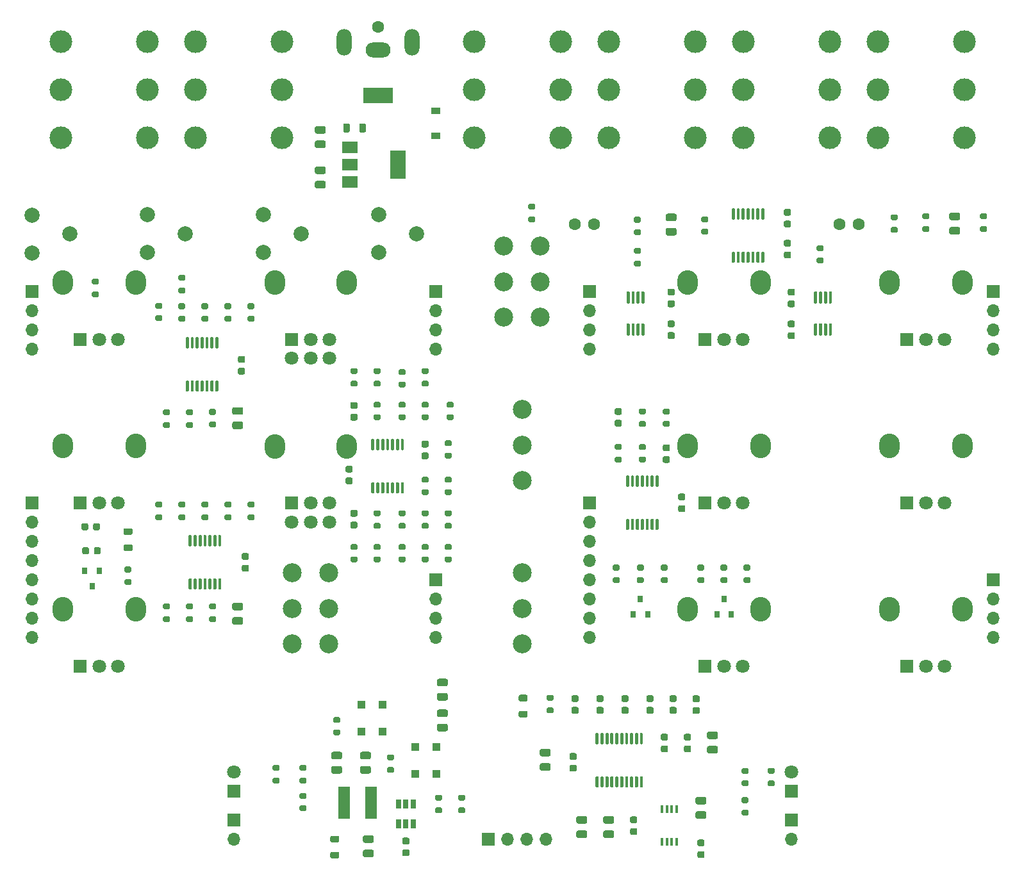
<source format=gbs>
G04 #@! TF.GenerationSoftware,KiCad,Pcbnew,5.1.10-88a1d61d58~90~ubuntu20.04.1*
G04 #@! TF.CreationDate,2021-08-08T15:21:02-04:00*
G04 #@! TF.ProjectId,stereo_whooshy_sound_main_pcb,73746572-656f-45f7-9768-6f6f7368795f,0*
G04 #@! TF.SameCoordinates,Original*
G04 #@! TF.FileFunction,Soldermask,Bot*
G04 #@! TF.FilePolarity,Negative*
%FSLAX46Y46*%
G04 Gerber Fmt 4.6, Leading zero omitted, Abs format (unit mm)*
G04 Created by KiCad (PCBNEW 5.1.10-88a1d61d58~90~ubuntu20.04.1) date 2021-08-08 15:21:02*
%MOMM*%
%LPD*%
G01*
G04 APERTURE LIST*
%ADD10R,0.800000X0.900000*%
%ADD11C,3.000000*%
%ADD12C,2.000000*%
%ADD13C,1.600000*%
%ADD14O,2.000000X3.500000*%
%ADD15O,3.300000X2.000000*%
%ADD16R,4.000000X2.000000*%
%ADD17R,0.400000X1.100000*%
%ADD18R,0.650000X1.220000*%
%ADD19R,2.000000X1.500000*%
%ADD20R,2.000000X3.800000*%
%ADD21R,1.500000X4.200000*%
%ADD22O,1.700000X1.700000*%
%ADD23R,1.700000X1.700000*%
%ADD24C,1.800000*%
%ADD25R,1.800000X1.800000*%
%ADD26R,1.100000X1.100000*%
%ADD27R,1.200000X0.900000*%
%ADD28O,2.720000X3.240000*%
%ADD29C,2.500000*%
G04 APERTURE END LIST*
D10*
X87376000Y-78756000D03*
X86426000Y-80756000D03*
X88326000Y-80756000D03*
G36*
G01*
X84476000Y-75013000D02*
X83926000Y-75013000D01*
G75*
G02*
X83726000Y-74813000I0J200000D01*
G01*
X83726000Y-74413000D01*
G75*
G02*
X83926000Y-74213000I200000J0D01*
G01*
X84476000Y-74213000D01*
G75*
G02*
X84676000Y-74413000I0J-200000D01*
G01*
X84676000Y-74813000D01*
G75*
G02*
X84476000Y-75013000I-200000J0D01*
G01*
G37*
G36*
G01*
X84476000Y-76663000D02*
X83926000Y-76663000D01*
G75*
G02*
X83726000Y-76463000I0J200000D01*
G01*
X83726000Y-76063000D01*
G75*
G02*
X83926000Y-75863000I200000J0D01*
G01*
X84476000Y-75863000D01*
G75*
G02*
X84676000Y-76063000I0J-200000D01*
G01*
X84676000Y-76463000D01*
G75*
G02*
X84476000Y-76663000I-200000J0D01*
G01*
G37*
G36*
G01*
X90826000Y-75013000D02*
X90276000Y-75013000D01*
G75*
G02*
X90076000Y-74813000I0J200000D01*
G01*
X90076000Y-74413000D01*
G75*
G02*
X90276000Y-74213000I200000J0D01*
G01*
X90826000Y-74213000D01*
G75*
G02*
X91026000Y-74413000I0J-200000D01*
G01*
X91026000Y-74813000D01*
G75*
G02*
X90826000Y-75013000I-200000J0D01*
G01*
G37*
G36*
G01*
X90826000Y-76663000D02*
X90276000Y-76663000D01*
G75*
G02*
X90076000Y-76463000I0J200000D01*
G01*
X90076000Y-76063000D01*
G75*
G02*
X90276000Y-75863000I200000J0D01*
G01*
X90826000Y-75863000D01*
G75*
G02*
X91026000Y-76063000I0J-200000D01*
G01*
X91026000Y-76463000D01*
G75*
G02*
X90826000Y-76663000I-200000J0D01*
G01*
G37*
G36*
G01*
X87651000Y-75013000D02*
X87101000Y-75013000D01*
G75*
G02*
X86901000Y-74813000I0J200000D01*
G01*
X86901000Y-74413000D01*
G75*
G02*
X87101000Y-74213000I200000J0D01*
G01*
X87651000Y-74213000D01*
G75*
G02*
X87851000Y-74413000I0J-200000D01*
G01*
X87851000Y-74813000D01*
G75*
G02*
X87651000Y-75013000I-200000J0D01*
G01*
G37*
G36*
G01*
X87651000Y-76663000D02*
X87101000Y-76663000D01*
G75*
G02*
X86901000Y-76463000I0J200000D01*
G01*
X86901000Y-76063000D01*
G75*
G02*
X87101000Y-75863000I200000J0D01*
G01*
X87651000Y-75863000D01*
G75*
G02*
X87851000Y-76063000I0J-200000D01*
G01*
X87851000Y-76463000D01*
G75*
G02*
X87651000Y-76663000I-200000J0D01*
G01*
G37*
G36*
G01*
X101748000Y-75013000D02*
X101198000Y-75013000D01*
G75*
G02*
X100998000Y-74813000I0J200000D01*
G01*
X100998000Y-74413000D01*
G75*
G02*
X101198000Y-74213000I200000J0D01*
G01*
X101748000Y-74213000D01*
G75*
G02*
X101948000Y-74413000I0J-200000D01*
G01*
X101948000Y-74813000D01*
G75*
G02*
X101748000Y-75013000I-200000J0D01*
G01*
G37*
G36*
G01*
X101748000Y-76663000D02*
X101198000Y-76663000D01*
G75*
G02*
X100998000Y-76463000I0J200000D01*
G01*
X100998000Y-76063000D01*
G75*
G02*
X101198000Y-75863000I200000J0D01*
G01*
X101748000Y-75863000D01*
G75*
G02*
X101948000Y-76063000I0J-200000D01*
G01*
X101948000Y-76463000D01*
G75*
G02*
X101748000Y-76663000I-200000J0D01*
G01*
G37*
G36*
G01*
X95652000Y-75013000D02*
X95102000Y-75013000D01*
G75*
G02*
X94902000Y-74813000I0J200000D01*
G01*
X94902000Y-74413000D01*
G75*
G02*
X95102000Y-74213000I200000J0D01*
G01*
X95652000Y-74213000D01*
G75*
G02*
X95852000Y-74413000I0J-200000D01*
G01*
X95852000Y-74813000D01*
G75*
G02*
X95652000Y-75013000I-200000J0D01*
G01*
G37*
G36*
G01*
X95652000Y-76663000D02*
X95102000Y-76663000D01*
G75*
G02*
X94902000Y-76463000I0J200000D01*
G01*
X94902000Y-76063000D01*
G75*
G02*
X95102000Y-75863000I200000J0D01*
G01*
X95652000Y-75863000D01*
G75*
G02*
X95852000Y-76063000I0J-200000D01*
G01*
X95852000Y-76463000D01*
G75*
G02*
X95652000Y-76663000I-200000J0D01*
G01*
G37*
G36*
G01*
X98700000Y-75013000D02*
X98150000Y-75013000D01*
G75*
G02*
X97950000Y-74813000I0J200000D01*
G01*
X97950000Y-74413000D01*
G75*
G02*
X98150000Y-74213000I200000J0D01*
G01*
X98700000Y-74213000D01*
G75*
G02*
X98900000Y-74413000I0J-200000D01*
G01*
X98900000Y-74813000D01*
G75*
G02*
X98700000Y-75013000I-200000J0D01*
G01*
G37*
G36*
G01*
X98700000Y-76663000D02*
X98150000Y-76663000D01*
G75*
G02*
X97950000Y-76463000I0J200000D01*
G01*
X97950000Y-76063000D01*
G75*
G02*
X98150000Y-75863000I200000J0D01*
G01*
X98700000Y-75863000D01*
G75*
G02*
X98900000Y-76063000I0J-200000D01*
G01*
X98900000Y-76463000D01*
G75*
G02*
X98700000Y-76663000I-200000J0D01*
G01*
G37*
G36*
G01*
X110431000Y-42321000D02*
X110631000Y-42321000D01*
G75*
G02*
X110731000Y-42421000I0J-100000D01*
G01*
X110731000Y-43846000D01*
G75*
G02*
X110631000Y-43946000I-100000J0D01*
G01*
X110431000Y-43946000D01*
G75*
G02*
X110331000Y-43846000I0J100000D01*
G01*
X110331000Y-42421000D01*
G75*
G02*
X110431000Y-42321000I100000J0D01*
G01*
G37*
G36*
G01*
X111081000Y-42321000D02*
X111281000Y-42321000D01*
G75*
G02*
X111381000Y-42421000I0J-100000D01*
G01*
X111381000Y-43846000D01*
G75*
G02*
X111281000Y-43946000I-100000J0D01*
G01*
X111081000Y-43946000D01*
G75*
G02*
X110981000Y-43846000I0J100000D01*
G01*
X110981000Y-42421000D01*
G75*
G02*
X111081000Y-42321000I100000J0D01*
G01*
G37*
G36*
G01*
X111731000Y-42321000D02*
X111931000Y-42321000D01*
G75*
G02*
X112031000Y-42421000I0J-100000D01*
G01*
X112031000Y-43846000D01*
G75*
G02*
X111931000Y-43946000I-100000J0D01*
G01*
X111731000Y-43946000D01*
G75*
G02*
X111631000Y-43846000I0J100000D01*
G01*
X111631000Y-42421000D01*
G75*
G02*
X111731000Y-42321000I100000J0D01*
G01*
G37*
G36*
G01*
X112381000Y-42321000D02*
X112581000Y-42321000D01*
G75*
G02*
X112681000Y-42421000I0J-100000D01*
G01*
X112681000Y-43846000D01*
G75*
G02*
X112581000Y-43946000I-100000J0D01*
G01*
X112381000Y-43946000D01*
G75*
G02*
X112281000Y-43846000I0J100000D01*
G01*
X112281000Y-42421000D01*
G75*
G02*
X112381000Y-42321000I100000J0D01*
G01*
G37*
G36*
G01*
X112381000Y-38096000D02*
X112581000Y-38096000D01*
G75*
G02*
X112681000Y-38196000I0J-100000D01*
G01*
X112681000Y-39621000D01*
G75*
G02*
X112581000Y-39721000I-100000J0D01*
G01*
X112381000Y-39721000D01*
G75*
G02*
X112281000Y-39621000I0J100000D01*
G01*
X112281000Y-38196000D01*
G75*
G02*
X112381000Y-38096000I100000J0D01*
G01*
G37*
G36*
G01*
X111731000Y-38096000D02*
X111931000Y-38096000D01*
G75*
G02*
X112031000Y-38196000I0J-100000D01*
G01*
X112031000Y-39621000D01*
G75*
G02*
X111931000Y-39721000I-100000J0D01*
G01*
X111731000Y-39721000D01*
G75*
G02*
X111631000Y-39621000I0J100000D01*
G01*
X111631000Y-38196000D01*
G75*
G02*
X111731000Y-38096000I100000J0D01*
G01*
G37*
G36*
G01*
X111081000Y-38096000D02*
X111281000Y-38096000D01*
G75*
G02*
X111381000Y-38196000I0J-100000D01*
G01*
X111381000Y-39621000D01*
G75*
G02*
X111281000Y-39721000I-100000J0D01*
G01*
X111081000Y-39721000D01*
G75*
G02*
X110981000Y-39621000I0J100000D01*
G01*
X110981000Y-38196000D01*
G75*
G02*
X111081000Y-38096000I100000J0D01*
G01*
G37*
G36*
G01*
X110431000Y-38096000D02*
X110631000Y-38096000D01*
G75*
G02*
X110731000Y-38196000I0J-100000D01*
G01*
X110731000Y-39621000D01*
G75*
G02*
X110631000Y-39721000I-100000J0D01*
G01*
X110431000Y-39721000D01*
G75*
G02*
X110331000Y-39621000I0J100000D01*
G01*
X110331000Y-38196000D01*
G75*
G02*
X110431000Y-38096000I100000J0D01*
G01*
G37*
G36*
G01*
X85666000Y-38096000D02*
X85866000Y-38096000D01*
G75*
G02*
X85966000Y-38196000I0J-100000D01*
G01*
X85966000Y-39621000D01*
G75*
G02*
X85866000Y-39721000I-100000J0D01*
G01*
X85666000Y-39721000D01*
G75*
G02*
X85566000Y-39621000I0J100000D01*
G01*
X85566000Y-38196000D01*
G75*
G02*
X85666000Y-38096000I100000J0D01*
G01*
G37*
G36*
G01*
X86316000Y-38096000D02*
X86516000Y-38096000D01*
G75*
G02*
X86616000Y-38196000I0J-100000D01*
G01*
X86616000Y-39621000D01*
G75*
G02*
X86516000Y-39721000I-100000J0D01*
G01*
X86316000Y-39721000D01*
G75*
G02*
X86216000Y-39621000I0J100000D01*
G01*
X86216000Y-38196000D01*
G75*
G02*
X86316000Y-38096000I100000J0D01*
G01*
G37*
G36*
G01*
X86966000Y-38096000D02*
X87166000Y-38096000D01*
G75*
G02*
X87266000Y-38196000I0J-100000D01*
G01*
X87266000Y-39621000D01*
G75*
G02*
X87166000Y-39721000I-100000J0D01*
G01*
X86966000Y-39721000D01*
G75*
G02*
X86866000Y-39621000I0J100000D01*
G01*
X86866000Y-38196000D01*
G75*
G02*
X86966000Y-38096000I100000J0D01*
G01*
G37*
G36*
G01*
X87616000Y-38096000D02*
X87816000Y-38096000D01*
G75*
G02*
X87916000Y-38196000I0J-100000D01*
G01*
X87916000Y-39621000D01*
G75*
G02*
X87816000Y-39721000I-100000J0D01*
G01*
X87616000Y-39721000D01*
G75*
G02*
X87516000Y-39621000I0J100000D01*
G01*
X87516000Y-38196000D01*
G75*
G02*
X87616000Y-38096000I100000J0D01*
G01*
G37*
G36*
G01*
X87616000Y-42321000D02*
X87816000Y-42321000D01*
G75*
G02*
X87916000Y-42421000I0J-100000D01*
G01*
X87916000Y-43846000D01*
G75*
G02*
X87816000Y-43946000I-100000J0D01*
G01*
X87616000Y-43946000D01*
G75*
G02*
X87516000Y-43846000I0J100000D01*
G01*
X87516000Y-42421000D01*
G75*
G02*
X87616000Y-42321000I100000J0D01*
G01*
G37*
G36*
G01*
X86966000Y-42321000D02*
X87166000Y-42321000D01*
G75*
G02*
X87266000Y-42421000I0J-100000D01*
G01*
X87266000Y-43846000D01*
G75*
G02*
X87166000Y-43946000I-100000J0D01*
G01*
X86966000Y-43946000D01*
G75*
G02*
X86866000Y-43846000I0J100000D01*
G01*
X86866000Y-42421000D01*
G75*
G02*
X86966000Y-42321000I100000J0D01*
G01*
G37*
G36*
G01*
X86316000Y-42321000D02*
X86516000Y-42321000D01*
G75*
G02*
X86616000Y-42421000I0J-100000D01*
G01*
X86616000Y-43846000D01*
G75*
G02*
X86516000Y-43946000I-100000J0D01*
G01*
X86316000Y-43946000D01*
G75*
G02*
X86216000Y-43846000I0J100000D01*
G01*
X86216000Y-42421000D01*
G75*
G02*
X86316000Y-42321000I100000J0D01*
G01*
G37*
G36*
G01*
X85666000Y-42321000D02*
X85866000Y-42321000D01*
G75*
G02*
X85966000Y-42421000I0J-100000D01*
G01*
X85966000Y-43846000D01*
G75*
G02*
X85866000Y-43946000I-100000J0D01*
G01*
X85666000Y-43946000D01*
G75*
G02*
X85566000Y-43846000I0J100000D01*
G01*
X85566000Y-42421000D01*
G75*
G02*
X85666000Y-42321000I100000J0D01*
G01*
G37*
G36*
G01*
X85580000Y-68165000D02*
X85780000Y-68165000D01*
G75*
G02*
X85880000Y-68265000I0J-100000D01*
G01*
X85880000Y-69540000D01*
G75*
G02*
X85780000Y-69640000I-100000J0D01*
G01*
X85580000Y-69640000D01*
G75*
G02*
X85480000Y-69540000I0J100000D01*
G01*
X85480000Y-68265000D01*
G75*
G02*
X85580000Y-68165000I100000J0D01*
G01*
G37*
G36*
G01*
X86230000Y-68165000D02*
X86430000Y-68165000D01*
G75*
G02*
X86530000Y-68265000I0J-100000D01*
G01*
X86530000Y-69540000D01*
G75*
G02*
X86430000Y-69640000I-100000J0D01*
G01*
X86230000Y-69640000D01*
G75*
G02*
X86130000Y-69540000I0J100000D01*
G01*
X86130000Y-68265000D01*
G75*
G02*
X86230000Y-68165000I100000J0D01*
G01*
G37*
G36*
G01*
X86880000Y-68165000D02*
X87080000Y-68165000D01*
G75*
G02*
X87180000Y-68265000I0J-100000D01*
G01*
X87180000Y-69540000D01*
G75*
G02*
X87080000Y-69640000I-100000J0D01*
G01*
X86880000Y-69640000D01*
G75*
G02*
X86780000Y-69540000I0J100000D01*
G01*
X86780000Y-68265000D01*
G75*
G02*
X86880000Y-68165000I100000J0D01*
G01*
G37*
G36*
G01*
X87530000Y-68165000D02*
X87730000Y-68165000D01*
G75*
G02*
X87830000Y-68265000I0J-100000D01*
G01*
X87830000Y-69540000D01*
G75*
G02*
X87730000Y-69640000I-100000J0D01*
G01*
X87530000Y-69640000D01*
G75*
G02*
X87430000Y-69540000I0J100000D01*
G01*
X87430000Y-68265000D01*
G75*
G02*
X87530000Y-68165000I100000J0D01*
G01*
G37*
G36*
G01*
X88180000Y-68165000D02*
X88380000Y-68165000D01*
G75*
G02*
X88480000Y-68265000I0J-100000D01*
G01*
X88480000Y-69540000D01*
G75*
G02*
X88380000Y-69640000I-100000J0D01*
G01*
X88180000Y-69640000D01*
G75*
G02*
X88080000Y-69540000I0J100000D01*
G01*
X88080000Y-68265000D01*
G75*
G02*
X88180000Y-68165000I100000J0D01*
G01*
G37*
G36*
G01*
X88830000Y-68165000D02*
X89030000Y-68165000D01*
G75*
G02*
X89130000Y-68265000I0J-100000D01*
G01*
X89130000Y-69540000D01*
G75*
G02*
X89030000Y-69640000I-100000J0D01*
G01*
X88830000Y-69640000D01*
G75*
G02*
X88730000Y-69540000I0J100000D01*
G01*
X88730000Y-68265000D01*
G75*
G02*
X88830000Y-68165000I100000J0D01*
G01*
G37*
G36*
G01*
X89480000Y-68165000D02*
X89680000Y-68165000D01*
G75*
G02*
X89780000Y-68265000I0J-100000D01*
G01*
X89780000Y-69540000D01*
G75*
G02*
X89680000Y-69640000I-100000J0D01*
G01*
X89480000Y-69640000D01*
G75*
G02*
X89380000Y-69540000I0J100000D01*
G01*
X89380000Y-68265000D01*
G75*
G02*
X89480000Y-68165000I100000J0D01*
G01*
G37*
G36*
G01*
X89480000Y-62440000D02*
X89680000Y-62440000D01*
G75*
G02*
X89780000Y-62540000I0J-100000D01*
G01*
X89780000Y-63815000D01*
G75*
G02*
X89680000Y-63915000I-100000J0D01*
G01*
X89480000Y-63915000D01*
G75*
G02*
X89380000Y-63815000I0J100000D01*
G01*
X89380000Y-62540000D01*
G75*
G02*
X89480000Y-62440000I100000J0D01*
G01*
G37*
G36*
G01*
X88830000Y-62440000D02*
X89030000Y-62440000D01*
G75*
G02*
X89130000Y-62540000I0J-100000D01*
G01*
X89130000Y-63815000D01*
G75*
G02*
X89030000Y-63915000I-100000J0D01*
G01*
X88830000Y-63915000D01*
G75*
G02*
X88730000Y-63815000I0J100000D01*
G01*
X88730000Y-62540000D01*
G75*
G02*
X88830000Y-62440000I100000J0D01*
G01*
G37*
G36*
G01*
X88180000Y-62440000D02*
X88380000Y-62440000D01*
G75*
G02*
X88480000Y-62540000I0J-100000D01*
G01*
X88480000Y-63815000D01*
G75*
G02*
X88380000Y-63915000I-100000J0D01*
G01*
X88180000Y-63915000D01*
G75*
G02*
X88080000Y-63815000I0J100000D01*
G01*
X88080000Y-62540000D01*
G75*
G02*
X88180000Y-62440000I100000J0D01*
G01*
G37*
G36*
G01*
X87530000Y-62440000D02*
X87730000Y-62440000D01*
G75*
G02*
X87830000Y-62540000I0J-100000D01*
G01*
X87830000Y-63815000D01*
G75*
G02*
X87730000Y-63915000I-100000J0D01*
G01*
X87530000Y-63915000D01*
G75*
G02*
X87430000Y-63815000I0J100000D01*
G01*
X87430000Y-62540000D01*
G75*
G02*
X87530000Y-62440000I100000J0D01*
G01*
G37*
G36*
G01*
X86880000Y-62440000D02*
X87080000Y-62440000D01*
G75*
G02*
X87180000Y-62540000I0J-100000D01*
G01*
X87180000Y-63815000D01*
G75*
G02*
X87080000Y-63915000I-100000J0D01*
G01*
X86880000Y-63915000D01*
G75*
G02*
X86780000Y-63815000I0J100000D01*
G01*
X86780000Y-62540000D01*
G75*
G02*
X86880000Y-62440000I100000J0D01*
G01*
G37*
G36*
G01*
X86230000Y-62440000D02*
X86430000Y-62440000D01*
G75*
G02*
X86530000Y-62540000I0J-100000D01*
G01*
X86530000Y-63815000D01*
G75*
G02*
X86430000Y-63915000I-100000J0D01*
G01*
X86230000Y-63915000D01*
G75*
G02*
X86130000Y-63815000I0J100000D01*
G01*
X86130000Y-62540000D01*
G75*
G02*
X86230000Y-62440000I100000J0D01*
G01*
G37*
G36*
G01*
X85580000Y-62440000D02*
X85780000Y-62440000D01*
G75*
G02*
X85880000Y-62540000I0J-100000D01*
G01*
X85880000Y-63815000D01*
G75*
G02*
X85780000Y-63915000I-100000J0D01*
G01*
X85580000Y-63915000D01*
G75*
G02*
X85480000Y-63815000I0J100000D01*
G01*
X85480000Y-62540000D01*
G75*
G02*
X85580000Y-62440000I100000J0D01*
G01*
G37*
G36*
G01*
X51925000Y-63339000D02*
X52125000Y-63339000D01*
G75*
G02*
X52225000Y-63439000I0J-100000D01*
G01*
X52225000Y-64714000D01*
G75*
G02*
X52125000Y-64814000I-100000J0D01*
G01*
X51925000Y-64814000D01*
G75*
G02*
X51825000Y-64714000I0J100000D01*
G01*
X51825000Y-63439000D01*
G75*
G02*
X51925000Y-63339000I100000J0D01*
G01*
G37*
G36*
G01*
X52575000Y-63339000D02*
X52775000Y-63339000D01*
G75*
G02*
X52875000Y-63439000I0J-100000D01*
G01*
X52875000Y-64714000D01*
G75*
G02*
X52775000Y-64814000I-100000J0D01*
G01*
X52575000Y-64814000D01*
G75*
G02*
X52475000Y-64714000I0J100000D01*
G01*
X52475000Y-63439000D01*
G75*
G02*
X52575000Y-63339000I100000J0D01*
G01*
G37*
G36*
G01*
X53225000Y-63339000D02*
X53425000Y-63339000D01*
G75*
G02*
X53525000Y-63439000I0J-100000D01*
G01*
X53525000Y-64714000D01*
G75*
G02*
X53425000Y-64814000I-100000J0D01*
G01*
X53225000Y-64814000D01*
G75*
G02*
X53125000Y-64714000I0J100000D01*
G01*
X53125000Y-63439000D01*
G75*
G02*
X53225000Y-63339000I100000J0D01*
G01*
G37*
G36*
G01*
X53875000Y-63339000D02*
X54075000Y-63339000D01*
G75*
G02*
X54175000Y-63439000I0J-100000D01*
G01*
X54175000Y-64714000D01*
G75*
G02*
X54075000Y-64814000I-100000J0D01*
G01*
X53875000Y-64814000D01*
G75*
G02*
X53775000Y-64714000I0J100000D01*
G01*
X53775000Y-63439000D01*
G75*
G02*
X53875000Y-63339000I100000J0D01*
G01*
G37*
G36*
G01*
X54525000Y-63339000D02*
X54725000Y-63339000D01*
G75*
G02*
X54825000Y-63439000I0J-100000D01*
G01*
X54825000Y-64714000D01*
G75*
G02*
X54725000Y-64814000I-100000J0D01*
G01*
X54525000Y-64814000D01*
G75*
G02*
X54425000Y-64714000I0J100000D01*
G01*
X54425000Y-63439000D01*
G75*
G02*
X54525000Y-63339000I100000J0D01*
G01*
G37*
G36*
G01*
X55175000Y-63339000D02*
X55375000Y-63339000D01*
G75*
G02*
X55475000Y-63439000I0J-100000D01*
G01*
X55475000Y-64714000D01*
G75*
G02*
X55375000Y-64814000I-100000J0D01*
G01*
X55175000Y-64814000D01*
G75*
G02*
X55075000Y-64714000I0J100000D01*
G01*
X55075000Y-63439000D01*
G75*
G02*
X55175000Y-63339000I100000J0D01*
G01*
G37*
G36*
G01*
X55825000Y-63339000D02*
X56025000Y-63339000D01*
G75*
G02*
X56125000Y-63439000I0J-100000D01*
G01*
X56125000Y-64714000D01*
G75*
G02*
X56025000Y-64814000I-100000J0D01*
G01*
X55825000Y-64814000D01*
G75*
G02*
X55725000Y-64714000I0J100000D01*
G01*
X55725000Y-63439000D01*
G75*
G02*
X55825000Y-63339000I100000J0D01*
G01*
G37*
G36*
G01*
X55825000Y-57614000D02*
X56025000Y-57614000D01*
G75*
G02*
X56125000Y-57714000I0J-100000D01*
G01*
X56125000Y-58989000D01*
G75*
G02*
X56025000Y-59089000I-100000J0D01*
G01*
X55825000Y-59089000D01*
G75*
G02*
X55725000Y-58989000I0J100000D01*
G01*
X55725000Y-57714000D01*
G75*
G02*
X55825000Y-57614000I100000J0D01*
G01*
G37*
G36*
G01*
X55175000Y-57614000D02*
X55375000Y-57614000D01*
G75*
G02*
X55475000Y-57714000I0J-100000D01*
G01*
X55475000Y-58989000D01*
G75*
G02*
X55375000Y-59089000I-100000J0D01*
G01*
X55175000Y-59089000D01*
G75*
G02*
X55075000Y-58989000I0J100000D01*
G01*
X55075000Y-57714000D01*
G75*
G02*
X55175000Y-57614000I100000J0D01*
G01*
G37*
G36*
G01*
X54525000Y-57614000D02*
X54725000Y-57614000D01*
G75*
G02*
X54825000Y-57714000I0J-100000D01*
G01*
X54825000Y-58989000D01*
G75*
G02*
X54725000Y-59089000I-100000J0D01*
G01*
X54525000Y-59089000D01*
G75*
G02*
X54425000Y-58989000I0J100000D01*
G01*
X54425000Y-57714000D01*
G75*
G02*
X54525000Y-57614000I100000J0D01*
G01*
G37*
G36*
G01*
X53875000Y-57614000D02*
X54075000Y-57614000D01*
G75*
G02*
X54175000Y-57714000I0J-100000D01*
G01*
X54175000Y-58989000D01*
G75*
G02*
X54075000Y-59089000I-100000J0D01*
G01*
X53875000Y-59089000D01*
G75*
G02*
X53775000Y-58989000I0J100000D01*
G01*
X53775000Y-57714000D01*
G75*
G02*
X53875000Y-57614000I100000J0D01*
G01*
G37*
G36*
G01*
X53225000Y-57614000D02*
X53425000Y-57614000D01*
G75*
G02*
X53525000Y-57714000I0J-100000D01*
G01*
X53525000Y-58989000D01*
G75*
G02*
X53425000Y-59089000I-100000J0D01*
G01*
X53225000Y-59089000D01*
G75*
G02*
X53125000Y-58989000I0J100000D01*
G01*
X53125000Y-57714000D01*
G75*
G02*
X53225000Y-57614000I100000J0D01*
G01*
G37*
G36*
G01*
X52575000Y-57614000D02*
X52775000Y-57614000D01*
G75*
G02*
X52875000Y-57714000I0J-100000D01*
G01*
X52875000Y-58989000D01*
G75*
G02*
X52775000Y-59089000I-100000J0D01*
G01*
X52575000Y-59089000D01*
G75*
G02*
X52475000Y-58989000I0J100000D01*
G01*
X52475000Y-57714000D01*
G75*
G02*
X52575000Y-57614000I100000J0D01*
G01*
G37*
G36*
G01*
X51925000Y-57614000D02*
X52125000Y-57614000D01*
G75*
G02*
X52225000Y-57714000I0J-100000D01*
G01*
X52225000Y-58989000D01*
G75*
G02*
X52125000Y-59089000I-100000J0D01*
G01*
X51925000Y-59089000D01*
G75*
G02*
X51825000Y-58989000I0J100000D01*
G01*
X51825000Y-57714000D01*
G75*
G02*
X51925000Y-57614000I100000J0D01*
G01*
G37*
G36*
G01*
X27795000Y-76039000D02*
X27995000Y-76039000D01*
G75*
G02*
X28095000Y-76139000I0J-100000D01*
G01*
X28095000Y-77414000D01*
G75*
G02*
X27995000Y-77514000I-100000J0D01*
G01*
X27795000Y-77514000D01*
G75*
G02*
X27695000Y-77414000I0J100000D01*
G01*
X27695000Y-76139000D01*
G75*
G02*
X27795000Y-76039000I100000J0D01*
G01*
G37*
G36*
G01*
X28445000Y-76039000D02*
X28645000Y-76039000D01*
G75*
G02*
X28745000Y-76139000I0J-100000D01*
G01*
X28745000Y-77414000D01*
G75*
G02*
X28645000Y-77514000I-100000J0D01*
G01*
X28445000Y-77514000D01*
G75*
G02*
X28345000Y-77414000I0J100000D01*
G01*
X28345000Y-76139000D01*
G75*
G02*
X28445000Y-76039000I100000J0D01*
G01*
G37*
G36*
G01*
X29095000Y-76039000D02*
X29295000Y-76039000D01*
G75*
G02*
X29395000Y-76139000I0J-100000D01*
G01*
X29395000Y-77414000D01*
G75*
G02*
X29295000Y-77514000I-100000J0D01*
G01*
X29095000Y-77514000D01*
G75*
G02*
X28995000Y-77414000I0J100000D01*
G01*
X28995000Y-76139000D01*
G75*
G02*
X29095000Y-76039000I100000J0D01*
G01*
G37*
G36*
G01*
X29745000Y-76039000D02*
X29945000Y-76039000D01*
G75*
G02*
X30045000Y-76139000I0J-100000D01*
G01*
X30045000Y-77414000D01*
G75*
G02*
X29945000Y-77514000I-100000J0D01*
G01*
X29745000Y-77514000D01*
G75*
G02*
X29645000Y-77414000I0J100000D01*
G01*
X29645000Y-76139000D01*
G75*
G02*
X29745000Y-76039000I100000J0D01*
G01*
G37*
G36*
G01*
X30395000Y-76039000D02*
X30595000Y-76039000D01*
G75*
G02*
X30695000Y-76139000I0J-100000D01*
G01*
X30695000Y-77414000D01*
G75*
G02*
X30595000Y-77514000I-100000J0D01*
G01*
X30395000Y-77514000D01*
G75*
G02*
X30295000Y-77414000I0J100000D01*
G01*
X30295000Y-76139000D01*
G75*
G02*
X30395000Y-76039000I100000J0D01*
G01*
G37*
G36*
G01*
X31045000Y-76039000D02*
X31245000Y-76039000D01*
G75*
G02*
X31345000Y-76139000I0J-100000D01*
G01*
X31345000Y-77414000D01*
G75*
G02*
X31245000Y-77514000I-100000J0D01*
G01*
X31045000Y-77514000D01*
G75*
G02*
X30945000Y-77414000I0J100000D01*
G01*
X30945000Y-76139000D01*
G75*
G02*
X31045000Y-76039000I100000J0D01*
G01*
G37*
G36*
G01*
X31695000Y-76039000D02*
X31895000Y-76039000D01*
G75*
G02*
X31995000Y-76139000I0J-100000D01*
G01*
X31995000Y-77414000D01*
G75*
G02*
X31895000Y-77514000I-100000J0D01*
G01*
X31695000Y-77514000D01*
G75*
G02*
X31595000Y-77414000I0J100000D01*
G01*
X31595000Y-76139000D01*
G75*
G02*
X31695000Y-76039000I100000J0D01*
G01*
G37*
G36*
G01*
X31695000Y-70314000D02*
X31895000Y-70314000D01*
G75*
G02*
X31995000Y-70414000I0J-100000D01*
G01*
X31995000Y-71689000D01*
G75*
G02*
X31895000Y-71789000I-100000J0D01*
G01*
X31695000Y-71789000D01*
G75*
G02*
X31595000Y-71689000I0J100000D01*
G01*
X31595000Y-70414000D01*
G75*
G02*
X31695000Y-70314000I100000J0D01*
G01*
G37*
G36*
G01*
X31045000Y-70314000D02*
X31245000Y-70314000D01*
G75*
G02*
X31345000Y-70414000I0J-100000D01*
G01*
X31345000Y-71689000D01*
G75*
G02*
X31245000Y-71789000I-100000J0D01*
G01*
X31045000Y-71789000D01*
G75*
G02*
X30945000Y-71689000I0J100000D01*
G01*
X30945000Y-70414000D01*
G75*
G02*
X31045000Y-70314000I100000J0D01*
G01*
G37*
G36*
G01*
X30395000Y-70314000D02*
X30595000Y-70314000D01*
G75*
G02*
X30695000Y-70414000I0J-100000D01*
G01*
X30695000Y-71689000D01*
G75*
G02*
X30595000Y-71789000I-100000J0D01*
G01*
X30395000Y-71789000D01*
G75*
G02*
X30295000Y-71689000I0J100000D01*
G01*
X30295000Y-70414000D01*
G75*
G02*
X30395000Y-70314000I100000J0D01*
G01*
G37*
G36*
G01*
X29745000Y-70314000D02*
X29945000Y-70314000D01*
G75*
G02*
X30045000Y-70414000I0J-100000D01*
G01*
X30045000Y-71689000D01*
G75*
G02*
X29945000Y-71789000I-100000J0D01*
G01*
X29745000Y-71789000D01*
G75*
G02*
X29645000Y-71689000I0J100000D01*
G01*
X29645000Y-70414000D01*
G75*
G02*
X29745000Y-70314000I100000J0D01*
G01*
G37*
G36*
G01*
X29095000Y-70314000D02*
X29295000Y-70314000D01*
G75*
G02*
X29395000Y-70414000I0J-100000D01*
G01*
X29395000Y-71689000D01*
G75*
G02*
X29295000Y-71789000I-100000J0D01*
G01*
X29095000Y-71789000D01*
G75*
G02*
X28995000Y-71689000I0J100000D01*
G01*
X28995000Y-70414000D01*
G75*
G02*
X29095000Y-70314000I100000J0D01*
G01*
G37*
G36*
G01*
X28445000Y-70314000D02*
X28645000Y-70314000D01*
G75*
G02*
X28745000Y-70414000I0J-100000D01*
G01*
X28745000Y-71689000D01*
G75*
G02*
X28645000Y-71789000I-100000J0D01*
G01*
X28445000Y-71789000D01*
G75*
G02*
X28345000Y-71689000I0J100000D01*
G01*
X28345000Y-70414000D01*
G75*
G02*
X28445000Y-70314000I100000J0D01*
G01*
G37*
G36*
G01*
X27795000Y-70314000D02*
X27995000Y-70314000D01*
G75*
G02*
X28095000Y-70414000I0J-100000D01*
G01*
X28095000Y-71689000D01*
G75*
G02*
X27995000Y-71789000I-100000J0D01*
G01*
X27795000Y-71789000D01*
G75*
G02*
X27695000Y-71689000I0J100000D01*
G01*
X27695000Y-70414000D01*
G75*
G02*
X27795000Y-70314000I100000J0D01*
G01*
G37*
G36*
G01*
X27414000Y-49877000D02*
X27614000Y-49877000D01*
G75*
G02*
X27714000Y-49977000I0J-100000D01*
G01*
X27714000Y-51252000D01*
G75*
G02*
X27614000Y-51352000I-100000J0D01*
G01*
X27414000Y-51352000D01*
G75*
G02*
X27314000Y-51252000I0J100000D01*
G01*
X27314000Y-49977000D01*
G75*
G02*
X27414000Y-49877000I100000J0D01*
G01*
G37*
G36*
G01*
X28064000Y-49877000D02*
X28264000Y-49877000D01*
G75*
G02*
X28364000Y-49977000I0J-100000D01*
G01*
X28364000Y-51252000D01*
G75*
G02*
X28264000Y-51352000I-100000J0D01*
G01*
X28064000Y-51352000D01*
G75*
G02*
X27964000Y-51252000I0J100000D01*
G01*
X27964000Y-49977000D01*
G75*
G02*
X28064000Y-49877000I100000J0D01*
G01*
G37*
G36*
G01*
X28714000Y-49877000D02*
X28914000Y-49877000D01*
G75*
G02*
X29014000Y-49977000I0J-100000D01*
G01*
X29014000Y-51252000D01*
G75*
G02*
X28914000Y-51352000I-100000J0D01*
G01*
X28714000Y-51352000D01*
G75*
G02*
X28614000Y-51252000I0J100000D01*
G01*
X28614000Y-49977000D01*
G75*
G02*
X28714000Y-49877000I100000J0D01*
G01*
G37*
G36*
G01*
X29364000Y-49877000D02*
X29564000Y-49877000D01*
G75*
G02*
X29664000Y-49977000I0J-100000D01*
G01*
X29664000Y-51252000D01*
G75*
G02*
X29564000Y-51352000I-100000J0D01*
G01*
X29364000Y-51352000D01*
G75*
G02*
X29264000Y-51252000I0J100000D01*
G01*
X29264000Y-49977000D01*
G75*
G02*
X29364000Y-49877000I100000J0D01*
G01*
G37*
G36*
G01*
X30014000Y-49877000D02*
X30214000Y-49877000D01*
G75*
G02*
X30314000Y-49977000I0J-100000D01*
G01*
X30314000Y-51252000D01*
G75*
G02*
X30214000Y-51352000I-100000J0D01*
G01*
X30014000Y-51352000D01*
G75*
G02*
X29914000Y-51252000I0J100000D01*
G01*
X29914000Y-49977000D01*
G75*
G02*
X30014000Y-49877000I100000J0D01*
G01*
G37*
G36*
G01*
X30664000Y-49877000D02*
X30864000Y-49877000D01*
G75*
G02*
X30964000Y-49977000I0J-100000D01*
G01*
X30964000Y-51252000D01*
G75*
G02*
X30864000Y-51352000I-100000J0D01*
G01*
X30664000Y-51352000D01*
G75*
G02*
X30564000Y-51252000I0J100000D01*
G01*
X30564000Y-49977000D01*
G75*
G02*
X30664000Y-49877000I100000J0D01*
G01*
G37*
G36*
G01*
X31314000Y-49877000D02*
X31514000Y-49877000D01*
G75*
G02*
X31614000Y-49977000I0J-100000D01*
G01*
X31614000Y-51252000D01*
G75*
G02*
X31514000Y-51352000I-100000J0D01*
G01*
X31314000Y-51352000D01*
G75*
G02*
X31214000Y-51252000I0J100000D01*
G01*
X31214000Y-49977000D01*
G75*
G02*
X31314000Y-49877000I100000J0D01*
G01*
G37*
G36*
G01*
X31314000Y-44152000D02*
X31514000Y-44152000D01*
G75*
G02*
X31614000Y-44252000I0J-100000D01*
G01*
X31614000Y-45527000D01*
G75*
G02*
X31514000Y-45627000I-100000J0D01*
G01*
X31314000Y-45627000D01*
G75*
G02*
X31214000Y-45527000I0J100000D01*
G01*
X31214000Y-44252000D01*
G75*
G02*
X31314000Y-44152000I100000J0D01*
G01*
G37*
G36*
G01*
X30664000Y-44152000D02*
X30864000Y-44152000D01*
G75*
G02*
X30964000Y-44252000I0J-100000D01*
G01*
X30964000Y-45527000D01*
G75*
G02*
X30864000Y-45627000I-100000J0D01*
G01*
X30664000Y-45627000D01*
G75*
G02*
X30564000Y-45527000I0J100000D01*
G01*
X30564000Y-44252000D01*
G75*
G02*
X30664000Y-44152000I100000J0D01*
G01*
G37*
G36*
G01*
X30014000Y-44152000D02*
X30214000Y-44152000D01*
G75*
G02*
X30314000Y-44252000I0J-100000D01*
G01*
X30314000Y-45527000D01*
G75*
G02*
X30214000Y-45627000I-100000J0D01*
G01*
X30014000Y-45627000D01*
G75*
G02*
X29914000Y-45527000I0J100000D01*
G01*
X29914000Y-44252000D01*
G75*
G02*
X30014000Y-44152000I100000J0D01*
G01*
G37*
G36*
G01*
X29364000Y-44152000D02*
X29564000Y-44152000D01*
G75*
G02*
X29664000Y-44252000I0J-100000D01*
G01*
X29664000Y-45527000D01*
G75*
G02*
X29564000Y-45627000I-100000J0D01*
G01*
X29364000Y-45627000D01*
G75*
G02*
X29264000Y-45527000I0J100000D01*
G01*
X29264000Y-44252000D01*
G75*
G02*
X29364000Y-44152000I100000J0D01*
G01*
G37*
G36*
G01*
X28714000Y-44152000D02*
X28914000Y-44152000D01*
G75*
G02*
X29014000Y-44252000I0J-100000D01*
G01*
X29014000Y-45527000D01*
G75*
G02*
X28914000Y-45627000I-100000J0D01*
G01*
X28714000Y-45627000D01*
G75*
G02*
X28614000Y-45527000I0J100000D01*
G01*
X28614000Y-44252000D01*
G75*
G02*
X28714000Y-44152000I100000J0D01*
G01*
G37*
G36*
G01*
X28064000Y-44152000D02*
X28264000Y-44152000D01*
G75*
G02*
X28364000Y-44252000I0J-100000D01*
G01*
X28364000Y-45527000D01*
G75*
G02*
X28264000Y-45627000I-100000J0D01*
G01*
X28064000Y-45627000D01*
G75*
G02*
X27964000Y-45527000I0J100000D01*
G01*
X27964000Y-44252000D01*
G75*
G02*
X28064000Y-44152000I100000J0D01*
G01*
G37*
G36*
G01*
X27414000Y-44152000D02*
X27614000Y-44152000D01*
G75*
G02*
X27714000Y-44252000I0J-100000D01*
G01*
X27714000Y-45527000D01*
G75*
G02*
X27614000Y-45627000I-100000J0D01*
G01*
X27414000Y-45627000D01*
G75*
G02*
X27314000Y-45527000I0J100000D01*
G01*
X27314000Y-44252000D01*
G75*
G02*
X27414000Y-44152000I100000J0D01*
G01*
G37*
G36*
G01*
X99550000Y-32859000D02*
X99750000Y-32859000D01*
G75*
G02*
X99850000Y-32959000I0J-100000D01*
G01*
X99850000Y-34234000D01*
G75*
G02*
X99750000Y-34334000I-100000J0D01*
G01*
X99550000Y-34334000D01*
G75*
G02*
X99450000Y-34234000I0J100000D01*
G01*
X99450000Y-32959000D01*
G75*
G02*
X99550000Y-32859000I100000J0D01*
G01*
G37*
G36*
G01*
X100200000Y-32859000D02*
X100400000Y-32859000D01*
G75*
G02*
X100500000Y-32959000I0J-100000D01*
G01*
X100500000Y-34234000D01*
G75*
G02*
X100400000Y-34334000I-100000J0D01*
G01*
X100200000Y-34334000D01*
G75*
G02*
X100100000Y-34234000I0J100000D01*
G01*
X100100000Y-32959000D01*
G75*
G02*
X100200000Y-32859000I100000J0D01*
G01*
G37*
G36*
G01*
X100850000Y-32859000D02*
X101050000Y-32859000D01*
G75*
G02*
X101150000Y-32959000I0J-100000D01*
G01*
X101150000Y-34234000D01*
G75*
G02*
X101050000Y-34334000I-100000J0D01*
G01*
X100850000Y-34334000D01*
G75*
G02*
X100750000Y-34234000I0J100000D01*
G01*
X100750000Y-32959000D01*
G75*
G02*
X100850000Y-32859000I100000J0D01*
G01*
G37*
G36*
G01*
X101500000Y-32859000D02*
X101700000Y-32859000D01*
G75*
G02*
X101800000Y-32959000I0J-100000D01*
G01*
X101800000Y-34234000D01*
G75*
G02*
X101700000Y-34334000I-100000J0D01*
G01*
X101500000Y-34334000D01*
G75*
G02*
X101400000Y-34234000I0J100000D01*
G01*
X101400000Y-32959000D01*
G75*
G02*
X101500000Y-32859000I100000J0D01*
G01*
G37*
G36*
G01*
X102150000Y-32859000D02*
X102350000Y-32859000D01*
G75*
G02*
X102450000Y-32959000I0J-100000D01*
G01*
X102450000Y-34234000D01*
G75*
G02*
X102350000Y-34334000I-100000J0D01*
G01*
X102150000Y-34334000D01*
G75*
G02*
X102050000Y-34234000I0J100000D01*
G01*
X102050000Y-32959000D01*
G75*
G02*
X102150000Y-32859000I100000J0D01*
G01*
G37*
G36*
G01*
X102800000Y-32859000D02*
X103000000Y-32859000D01*
G75*
G02*
X103100000Y-32959000I0J-100000D01*
G01*
X103100000Y-34234000D01*
G75*
G02*
X103000000Y-34334000I-100000J0D01*
G01*
X102800000Y-34334000D01*
G75*
G02*
X102700000Y-34234000I0J100000D01*
G01*
X102700000Y-32959000D01*
G75*
G02*
X102800000Y-32859000I100000J0D01*
G01*
G37*
G36*
G01*
X103450000Y-32859000D02*
X103650000Y-32859000D01*
G75*
G02*
X103750000Y-32959000I0J-100000D01*
G01*
X103750000Y-34234000D01*
G75*
G02*
X103650000Y-34334000I-100000J0D01*
G01*
X103450000Y-34334000D01*
G75*
G02*
X103350000Y-34234000I0J100000D01*
G01*
X103350000Y-32959000D01*
G75*
G02*
X103450000Y-32859000I100000J0D01*
G01*
G37*
G36*
G01*
X103450000Y-27134000D02*
X103650000Y-27134000D01*
G75*
G02*
X103750000Y-27234000I0J-100000D01*
G01*
X103750000Y-28509000D01*
G75*
G02*
X103650000Y-28609000I-100000J0D01*
G01*
X103450000Y-28609000D01*
G75*
G02*
X103350000Y-28509000I0J100000D01*
G01*
X103350000Y-27234000D01*
G75*
G02*
X103450000Y-27134000I100000J0D01*
G01*
G37*
G36*
G01*
X102800000Y-27134000D02*
X103000000Y-27134000D01*
G75*
G02*
X103100000Y-27234000I0J-100000D01*
G01*
X103100000Y-28509000D01*
G75*
G02*
X103000000Y-28609000I-100000J0D01*
G01*
X102800000Y-28609000D01*
G75*
G02*
X102700000Y-28509000I0J100000D01*
G01*
X102700000Y-27234000D01*
G75*
G02*
X102800000Y-27134000I100000J0D01*
G01*
G37*
G36*
G01*
X102150000Y-27134000D02*
X102350000Y-27134000D01*
G75*
G02*
X102450000Y-27234000I0J-100000D01*
G01*
X102450000Y-28509000D01*
G75*
G02*
X102350000Y-28609000I-100000J0D01*
G01*
X102150000Y-28609000D01*
G75*
G02*
X102050000Y-28509000I0J100000D01*
G01*
X102050000Y-27234000D01*
G75*
G02*
X102150000Y-27134000I100000J0D01*
G01*
G37*
G36*
G01*
X101500000Y-27134000D02*
X101700000Y-27134000D01*
G75*
G02*
X101800000Y-27234000I0J-100000D01*
G01*
X101800000Y-28509000D01*
G75*
G02*
X101700000Y-28609000I-100000J0D01*
G01*
X101500000Y-28609000D01*
G75*
G02*
X101400000Y-28509000I0J100000D01*
G01*
X101400000Y-27234000D01*
G75*
G02*
X101500000Y-27134000I100000J0D01*
G01*
G37*
G36*
G01*
X100850000Y-27134000D02*
X101050000Y-27134000D01*
G75*
G02*
X101150000Y-27234000I0J-100000D01*
G01*
X101150000Y-28509000D01*
G75*
G02*
X101050000Y-28609000I-100000J0D01*
G01*
X100850000Y-28609000D01*
G75*
G02*
X100750000Y-28509000I0J100000D01*
G01*
X100750000Y-27234000D01*
G75*
G02*
X100850000Y-27134000I100000J0D01*
G01*
G37*
G36*
G01*
X100200000Y-27134000D02*
X100400000Y-27134000D01*
G75*
G02*
X100500000Y-27234000I0J-100000D01*
G01*
X100500000Y-28509000D01*
G75*
G02*
X100400000Y-28609000I-100000J0D01*
G01*
X100200000Y-28609000D01*
G75*
G02*
X100100000Y-28509000I0J100000D01*
G01*
X100100000Y-27234000D01*
G75*
G02*
X100200000Y-27134000I100000J0D01*
G01*
G37*
G36*
G01*
X99550000Y-27134000D02*
X99750000Y-27134000D01*
G75*
G02*
X99850000Y-27234000I0J-100000D01*
G01*
X99850000Y-28509000D01*
G75*
G02*
X99750000Y-28609000I-100000J0D01*
G01*
X99550000Y-28609000D01*
G75*
G02*
X99450000Y-28509000I0J100000D01*
G01*
X99450000Y-27234000D01*
G75*
G02*
X99550000Y-27134000I100000J0D01*
G01*
G37*
X98425000Y-78756000D03*
X97475000Y-80756000D03*
X99375000Y-80756000D03*
D11*
X10795000Y-11430000D03*
X22225000Y-11430000D03*
X10795000Y-17780000D03*
X10795000Y-5080000D03*
X22225000Y-5080000D03*
X22225000Y-17780000D03*
X28575000Y-11430000D03*
X40005000Y-11430000D03*
X28575000Y-17780000D03*
X28575000Y-5080000D03*
X40005000Y-5080000D03*
X40005000Y-17780000D03*
X65405000Y-11430000D03*
X76835000Y-11430000D03*
X65405000Y-17780000D03*
X65405000Y-5080000D03*
X76835000Y-5080000D03*
X76835000Y-17780000D03*
X83185000Y-11430000D03*
X94615000Y-11430000D03*
X83185000Y-17780000D03*
X83185000Y-5080000D03*
X94615000Y-5080000D03*
X94615000Y-17780000D03*
X100965000Y-11430000D03*
X112395000Y-11430000D03*
X100965000Y-17780000D03*
X100965000Y-5080000D03*
X112395000Y-5080000D03*
X112395000Y-17780000D03*
X118745000Y-11430000D03*
X130175000Y-11430000D03*
X118745000Y-17780000D03*
X118745000Y-5080000D03*
X130175000Y-5080000D03*
X130175000Y-17780000D03*
D12*
X42545000Y-30480000D03*
X37545000Y-32980000D03*
X37545000Y-27980000D03*
X57785000Y-30480000D03*
X52785000Y-32980000D03*
X52785000Y-27980000D03*
X11985000Y-30520000D03*
X6985000Y-33020000D03*
X6985000Y-28020000D03*
X27225000Y-30480000D03*
X22225000Y-32980000D03*
X22225000Y-27980000D03*
G36*
G01*
X55605000Y-68687000D02*
X56155000Y-68687000D01*
G75*
G02*
X56355000Y-68887000I0J-200000D01*
G01*
X56355000Y-69287000D01*
G75*
G02*
X56155000Y-69487000I-200000J0D01*
G01*
X55605000Y-69487000D01*
G75*
G02*
X55405000Y-69287000I0J200000D01*
G01*
X55405000Y-68887000D01*
G75*
G02*
X55605000Y-68687000I200000J0D01*
G01*
G37*
G36*
G01*
X55605000Y-67037000D02*
X56155000Y-67037000D01*
G75*
G02*
X56355000Y-67237000I0J-200000D01*
G01*
X56355000Y-67637000D01*
G75*
G02*
X56155000Y-67837000I-200000J0D01*
G01*
X55605000Y-67837000D01*
G75*
G02*
X55405000Y-67637000I0J200000D01*
G01*
X55405000Y-67237000D01*
G75*
G02*
X55605000Y-67037000I200000J0D01*
G01*
G37*
G36*
G01*
X55605000Y-73132000D02*
X56155000Y-73132000D01*
G75*
G02*
X56355000Y-73332000I0J-200000D01*
G01*
X56355000Y-73732000D01*
G75*
G02*
X56155000Y-73932000I-200000J0D01*
G01*
X55605000Y-73932000D01*
G75*
G02*
X55405000Y-73732000I0J200000D01*
G01*
X55405000Y-73332000D01*
G75*
G02*
X55605000Y-73132000I200000J0D01*
G01*
G37*
G36*
G01*
X55605000Y-71482000D02*
X56155000Y-71482000D01*
G75*
G02*
X56355000Y-71682000I0J-200000D01*
G01*
X56355000Y-72082000D01*
G75*
G02*
X56155000Y-72282000I-200000J0D01*
G01*
X55605000Y-72282000D01*
G75*
G02*
X55405000Y-72082000I0J200000D01*
G01*
X55405000Y-71682000D01*
G75*
G02*
X55605000Y-71482000I200000J0D01*
G01*
G37*
G36*
G01*
X58653000Y-64242000D02*
X59203000Y-64242000D01*
G75*
G02*
X59403000Y-64442000I0J-200000D01*
G01*
X59403000Y-64842000D01*
G75*
G02*
X59203000Y-65042000I-200000J0D01*
G01*
X58653000Y-65042000D01*
G75*
G02*
X58453000Y-64842000I0J200000D01*
G01*
X58453000Y-64442000D01*
G75*
G02*
X58653000Y-64242000I200000J0D01*
G01*
G37*
G36*
G01*
X58653000Y-62592000D02*
X59203000Y-62592000D01*
G75*
G02*
X59403000Y-62792000I0J-200000D01*
G01*
X59403000Y-63192000D01*
G75*
G02*
X59203000Y-63392000I-200000J0D01*
G01*
X58653000Y-63392000D01*
G75*
G02*
X58453000Y-63192000I0J200000D01*
G01*
X58453000Y-62792000D01*
G75*
G02*
X58653000Y-62592000I200000J0D01*
G01*
G37*
G36*
G01*
X62505000Y-53487000D02*
X61955000Y-53487000D01*
G75*
G02*
X61755000Y-53287000I0J200000D01*
G01*
X61755000Y-52887000D01*
G75*
G02*
X61955000Y-52687000I200000J0D01*
G01*
X62505000Y-52687000D01*
G75*
G02*
X62705000Y-52887000I0J-200000D01*
G01*
X62705000Y-53287000D01*
G75*
G02*
X62505000Y-53487000I-200000J0D01*
G01*
G37*
G36*
G01*
X62505000Y-55137000D02*
X61955000Y-55137000D01*
G75*
G02*
X61755000Y-54937000I0J200000D01*
G01*
X61755000Y-54537000D01*
G75*
G02*
X61955000Y-54337000I200000J0D01*
G01*
X62505000Y-54337000D01*
G75*
G02*
X62705000Y-54537000I0J-200000D01*
G01*
X62705000Y-54937000D01*
G75*
G02*
X62505000Y-55137000I-200000J0D01*
G01*
G37*
G36*
G01*
X61701000Y-68687000D02*
X62251000Y-68687000D01*
G75*
G02*
X62451000Y-68887000I0J-200000D01*
G01*
X62451000Y-69287000D01*
G75*
G02*
X62251000Y-69487000I-200000J0D01*
G01*
X61701000Y-69487000D01*
G75*
G02*
X61501000Y-69287000I0J200000D01*
G01*
X61501000Y-68887000D01*
G75*
G02*
X61701000Y-68687000I200000J0D01*
G01*
G37*
G36*
G01*
X61701000Y-67037000D02*
X62251000Y-67037000D01*
G75*
G02*
X62451000Y-67237000I0J-200000D01*
G01*
X62451000Y-67637000D01*
G75*
G02*
X62251000Y-67837000I-200000J0D01*
G01*
X61701000Y-67837000D01*
G75*
G02*
X61501000Y-67637000I0J200000D01*
G01*
X61501000Y-67237000D01*
G75*
G02*
X61701000Y-67037000I200000J0D01*
G01*
G37*
G36*
G01*
X58653000Y-68687000D02*
X59203000Y-68687000D01*
G75*
G02*
X59403000Y-68887000I0J-200000D01*
G01*
X59403000Y-69287000D01*
G75*
G02*
X59203000Y-69487000I-200000J0D01*
G01*
X58653000Y-69487000D01*
G75*
G02*
X58453000Y-69287000I0J200000D01*
G01*
X58453000Y-68887000D01*
G75*
G02*
X58653000Y-68687000I200000J0D01*
G01*
G37*
G36*
G01*
X58653000Y-67037000D02*
X59203000Y-67037000D01*
G75*
G02*
X59403000Y-67237000I0J-200000D01*
G01*
X59403000Y-67637000D01*
G75*
G02*
X59203000Y-67837000I-200000J0D01*
G01*
X58653000Y-67837000D01*
G75*
G02*
X58453000Y-67637000I0J200000D01*
G01*
X58453000Y-67237000D01*
G75*
G02*
X58653000Y-67037000I200000J0D01*
G01*
G37*
G36*
G01*
X101494000Y-105747000D02*
X100944000Y-105747000D01*
G75*
G02*
X100744000Y-105547000I0J200000D01*
G01*
X100744000Y-105147000D01*
G75*
G02*
X100944000Y-104947000I200000J0D01*
G01*
X101494000Y-104947000D01*
G75*
G02*
X101694000Y-105147000I0J-200000D01*
G01*
X101694000Y-105547000D01*
G75*
G02*
X101494000Y-105747000I-200000J0D01*
G01*
G37*
G36*
G01*
X101494000Y-107397000D02*
X100944000Y-107397000D01*
G75*
G02*
X100744000Y-107197000I0J200000D01*
G01*
X100744000Y-106797000D01*
G75*
G02*
X100944000Y-106597000I200000J0D01*
G01*
X101494000Y-106597000D01*
G75*
G02*
X101694000Y-106797000I0J-200000D01*
G01*
X101694000Y-107197000D01*
G75*
G02*
X101494000Y-107397000I-200000J0D01*
G01*
G37*
G36*
G01*
X43074000Y-105176000D02*
X42524000Y-105176000D01*
G75*
G02*
X42324000Y-104976000I0J200000D01*
G01*
X42324000Y-104576000D01*
G75*
G02*
X42524000Y-104376000I200000J0D01*
G01*
X43074000Y-104376000D01*
G75*
G02*
X43274000Y-104576000I0J-200000D01*
G01*
X43274000Y-104976000D01*
G75*
G02*
X43074000Y-105176000I-200000J0D01*
G01*
G37*
G36*
G01*
X43074000Y-106826000D02*
X42524000Y-106826000D01*
G75*
G02*
X42324000Y-106626000I0J200000D01*
G01*
X42324000Y-106226000D01*
G75*
G02*
X42524000Y-106026000I200000J0D01*
G01*
X43074000Y-106026000D01*
G75*
G02*
X43274000Y-106226000I0J-200000D01*
G01*
X43274000Y-106626000D01*
G75*
G02*
X43074000Y-106826000I-200000J0D01*
G01*
G37*
G36*
G01*
X91690000Y-42842000D02*
X91190000Y-42842000D01*
G75*
G02*
X90965000Y-42617000I0J225000D01*
G01*
X90965000Y-42167000D01*
G75*
G02*
X91190000Y-41942000I225000J0D01*
G01*
X91690000Y-41942000D01*
G75*
G02*
X91915000Y-42167000I0J-225000D01*
G01*
X91915000Y-42617000D01*
G75*
G02*
X91690000Y-42842000I-225000J0D01*
G01*
G37*
G36*
G01*
X91690000Y-44392000D02*
X91190000Y-44392000D01*
G75*
G02*
X90965000Y-44167000I0J225000D01*
G01*
X90965000Y-43717000D01*
G75*
G02*
X91190000Y-43492000I225000J0D01*
G01*
X91690000Y-43492000D01*
G75*
G02*
X91915000Y-43717000I0J-225000D01*
G01*
X91915000Y-44167000D01*
G75*
G02*
X91690000Y-44392000I-225000J0D01*
G01*
G37*
G36*
G01*
X91690000Y-38651000D02*
X91190000Y-38651000D01*
G75*
G02*
X90965000Y-38426000I0J225000D01*
G01*
X90965000Y-37976000D01*
G75*
G02*
X91190000Y-37751000I225000J0D01*
G01*
X91690000Y-37751000D01*
G75*
G02*
X91915000Y-37976000I0J-225000D01*
G01*
X91915000Y-38426000D01*
G75*
G02*
X91690000Y-38651000I-225000J0D01*
G01*
G37*
G36*
G01*
X91690000Y-40201000D02*
X91190000Y-40201000D01*
G75*
G02*
X90965000Y-39976000I0J225000D01*
G01*
X90965000Y-39526000D01*
G75*
G02*
X91190000Y-39301000I225000J0D01*
G01*
X91690000Y-39301000D01*
G75*
G02*
X91915000Y-39526000I0J-225000D01*
G01*
X91915000Y-39976000D01*
G75*
G02*
X91690000Y-40201000I-225000J0D01*
G01*
G37*
G36*
G01*
X107565000Y-42868000D02*
X107065000Y-42868000D01*
G75*
G02*
X106840000Y-42643000I0J225000D01*
G01*
X106840000Y-42193000D01*
G75*
G02*
X107065000Y-41968000I225000J0D01*
G01*
X107565000Y-41968000D01*
G75*
G02*
X107790000Y-42193000I0J-225000D01*
G01*
X107790000Y-42643000D01*
G75*
G02*
X107565000Y-42868000I-225000J0D01*
G01*
G37*
G36*
G01*
X107565000Y-44418000D02*
X107065000Y-44418000D01*
G75*
G02*
X106840000Y-44193000I0J225000D01*
G01*
X106840000Y-43743000D01*
G75*
G02*
X107065000Y-43518000I225000J0D01*
G01*
X107565000Y-43518000D01*
G75*
G02*
X107790000Y-43743000I0J-225000D01*
G01*
X107790000Y-44193000D01*
G75*
G02*
X107565000Y-44418000I-225000J0D01*
G01*
G37*
G36*
G01*
X107565000Y-38651000D02*
X107065000Y-38651000D01*
G75*
G02*
X106840000Y-38426000I0J225000D01*
G01*
X106840000Y-37976000D01*
G75*
G02*
X107065000Y-37751000I225000J0D01*
G01*
X107565000Y-37751000D01*
G75*
G02*
X107790000Y-37976000I0J-225000D01*
G01*
X107790000Y-38426000D01*
G75*
G02*
X107565000Y-38651000I-225000J0D01*
G01*
G37*
G36*
G01*
X107565000Y-40201000D02*
X107065000Y-40201000D01*
G75*
G02*
X106840000Y-39976000I0J225000D01*
G01*
X106840000Y-39526000D01*
G75*
G02*
X107065000Y-39301000I225000J0D01*
G01*
X107565000Y-39301000D01*
G75*
G02*
X107790000Y-39526000I0J-225000D01*
G01*
X107790000Y-39976000D01*
G75*
G02*
X107565000Y-40201000I-225000J0D01*
G01*
G37*
G36*
G01*
X92587000Y-66378000D02*
X93087000Y-66378000D01*
G75*
G02*
X93312000Y-66603000I0J-225000D01*
G01*
X93312000Y-67053000D01*
G75*
G02*
X93087000Y-67278000I-225000J0D01*
G01*
X92587000Y-67278000D01*
G75*
G02*
X92362000Y-67053000I0J225000D01*
G01*
X92362000Y-66603000D01*
G75*
G02*
X92587000Y-66378000I225000J0D01*
G01*
G37*
G36*
G01*
X92587000Y-64828000D02*
X93087000Y-64828000D01*
G75*
G02*
X93312000Y-65053000I0J-225000D01*
G01*
X93312000Y-65503000D01*
G75*
G02*
X93087000Y-65728000I-225000J0D01*
G01*
X92587000Y-65728000D01*
G75*
G02*
X92362000Y-65503000I0J225000D01*
G01*
X92362000Y-65053000D01*
G75*
G02*
X92587000Y-64828000I225000J0D01*
G01*
G37*
G36*
G01*
X48645000Y-62695000D02*
X49145000Y-62695000D01*
G75*
G02*
X49370000Y-62920000I0J-225000D01*
G01*
X49370000Y-63370000D01*
G75*
G02*
X49145000Y-63595000I-225000J0D01*
G01*
X48645000Y-63595000D01*
G75*
G02*
X48420000Y-63370000I0J225000D01*
G01*
X48420000Y-62920000D01*
G75*
G02*
X48645000Y-62695000I225000J0D01*
G01*
G37*
G36*
G01*
X48645000Y-61145000D02*
X49145000Y-61145000D01*
G75*
G02*
X49370000Y-61370000I0J-225000D01*
G01*
X49370000Y-61820000D01*
G75*
G02*
X49145000Y-62045000I-225000J0D01*
G01*
X48645000Y-62045000D01*
G75*
G02*
X48420000Y-61820000I0J225000D01*
G01*
X48420000Y-61370000D01*
G75*
G02*
X48645000Y-61145000I225000J0D01*
G01*
G37*
G36*
G01*
X24490000Y-81006000D02*
X25040000Y-81006000D01*
G75*
G02*
X25240000Y-81206000I0J-200000D01*
G01*
X25240000Y-81606000D01*
G75*
G02*
X25040000Y-81806000I-200000J0D01*
G01*
X24490000Y-81806000D01*
G75*
G02*
X24290000Y-81606000I0J200000D01*
G01*
X24290000Y-81206000D01*
G75*
G02*
X24490000Y-81006000I200000J0D01*
G01*
G37*
G36*
G01*
X24490000Y-79356000D02*
X25040000Y-79356000D01*
G75*
G02*
X25240000Y-79556000I0J-200000D01*
G01*
X25240000Y-79956000D01*
G75*
G02*
X25040000Y-80156000I-200000J0D01*
G01*
X24490000Y-80156000D01*
G75*
G02*
X24290000Y-79956000I0J200000D01*
G01*
X24290000Y-79556000D01*
G75*
G02*
X24490000Y-79356000I200000J0D01*
G01*
G37*
G36*
G01*
X30586000Y-81006000D02*
X31136000Y-81006000D01*
G75*
G02*
X31336000Y-81206000I0J-200000D01*
G01*
X31336000Y-81606000D01*
G75*
G02*
X31136000Y-81806000I-200000J0D01*
G01*
X30586000Y-81806000D01*
G75*
G02*
X30386000Y-81606000I0J200000D01*
G01*
X30386000Y-81206000D01*
G75*
G02*
X30586000Y-81006000I200000J0D01*
G01*
G37*
G36*
G01*
X30586000Y-79356000D02*
X31136000Y-79356000D01*
G75*
G02*
X31336000Y-79556000I0J-200000D01*
G01*
X31336000Y-79956000D01*
G75*
G02*
X31136000Y-80156000I-200000J0D01*
G01*
X30586000Y-80156000D01*
G75*
G02*
X30386000Y-79956000I0J200000D01*
G01*
X30386000Y-79556000D01*
G75*
G02*
X30586000Y-79356000I200000J0D01*
G01*
G37*
G36*
G01*
X27538000Y-81006000D02*
X28088000Y-81006000D01*
G75*
G02*
X28288000Y-81206000I0J-200000D01*
G01*
X28288000Y-81606000D01*
G75*
G02*
X28088000Y-81806000I-200000J0D01*
G01*
X27538000Y-81806000D01*
G75*
G02*
X27338000Y-81606000I0J200000D01*
G01*
X27338000Y-81206000D01*
G75*
G02*
X27538000Y-81006000I200000J0D01*
G01*
G37*
G36*
G01*
X27538000Y-79356000D02*
X28088000Y-79356000D01*
G75*
G02*
X28288000Y-79556000I0J-200000D01*
G01*
X28288000Y-79956000D01*
G75*
G02*
X28088000Y-80156000I-200000J0D01*
G01*
X27538000Y-80156000D01*
G75*
G02*
X27338000Y-79956000I0J200000D01*
G01*
X27338000Y-79556000D01*
G75*
G02*
X27538000Y-79356000I200000J0D01*
G01*
G37*
G36*
G01*
X32618000Y-67544000D02*
X33168000Y-67544000D01*
G75*
G02*
X33368000Y-67744000I0J-200000D01*
G01*
X33368000Y-68144000D01*
G75*
G02*
X33168000Y-68344000I-200000J0D01*
G01*
X32618000Y-68344000D01*
G75*
G02*
X32418000Y-68144000I0J200000D01*
G01*
X32418000Y-67744000D01*
G75*
G02*
X32618000Y-67544000I200000J0D01*
G01*
G37*
G36*
G01*
X32618000Y-65894000D02*
X33168000Y-65894000D01*
G75*
G02*
X33368000Y-66094000I0J-200000D01*
G01*
X33368000Y-66494000D01*
G75*
G02*
X33168000Y-66694000I-200000J0D01*
G01*
X32618000Y-66694000D01*
G75*
G02*
X32418000Y-66494000I0J200000D01*
G01*
X32418000Y-66094000D01*
G75*
G02*
X32618000Y-65894000I200000J0D01*
G01*
G37*
G36*
G01*
X35666000Y-67544000D02*
X36216000Y-67544000D01*
G75*
G02*
X36416000Y-67744000I0J-200000D01*
G01*
X36416000Y-68144000D01*
G75*
G02*
X36216000Y-68344000I-200000J0D01*
G01*
X35666000Y-68344000D01*
G75*
G02*
X35466000Y-68144000I0J200000D01*
G01*
X35466000Y-67744000D01*
G75*
G02*
X35666000Y-67544000I200000J0D01*
G01*
G37*
G36*
G01*
X35666000Y-65894000D02*
X36216000Y-65894000D01*
G75*
G02*
X36416000Y-66094000I0J-200000D01*
G01*
X36416000Y-66494000D01*
G75*
G02*
X36216000Y-66694000I-200000J0D01*
G01*
X35666000Y-66694000D01*
G75*
G02*
X35466000Y-66494000I0J200000D01*
G01*
X35466000Y-66094000D01*
G75*
G02*
X35666000Y-65894000I200000J0D01*
G01*
G37*
G36*
G01*
X23474000Y-67544000D02*
X24024000Y-67544000D01*
G75*
G02*
X24224000Y-67744000I0J-200000D01*
G01*
X24224000Y-68144000D01*
G75*
G02*
X24024000Y-68344000I-200000J0D01*
G01*
X23474000Y-68344000D01*
G75*
G02*
X23274000Y-68144000I0J200000D01*
G01*
X23274000Y-67744000D01*
G75*
G02*
X23474000Y-67544000I200000J0D01*
G01*
G37*
G36*
G01*
X23474000Y-65894000D02*
X24024000Y-65894000D01*
G75*
G02*
X24224000Y-66094000I0J-200000D01*
G01*
X24224000Y-66494000D01*
G75*
G02*
X24024000Y-66694000I-200000J0D01*
G01*
X23474000Y-66694000D01*
G75*
G02*
X23274000Y-66494000I0J200000D01*
G01*
X23274000Y-66094000D01*
G75*
G02*
X23474000Y-65894000I200000J0D01*
G01*
G37*
G36*
G01*
X26522000Y-67544000D02*
X27072000Y-67544000D01*
G75*
G02*
X27272000Y-67744000I0J-200000D01*
G01*
X27272000Y-68144000D01*
G75*
G02*
X27072000Y-68344000I-200000J0D01*
G01*
X26522000Y-68344000D01*
G75*
G02*
X26322000Y-68144000I0J200000D01*
G01*
X26322000Y-67744000D01*
G75*
G02*
X26522000Y-67544000I200000J0D01*
G01*
G37*
G36*
G01*
X26522000Y-65894000D02*
X27072000Y-65894000D01*
G75*
G02*
X27272000Y-66094000I0J-200000D01*
G01*
X27272000Y-66494000D01*
G75*
G02*
X27072000Y-66694000I-200000J0D01*
G01*
X26522000Y-66694000D01*
G75*
G02*
X26322000Y-66494000I0J200000D01*
G01*
X26322000Y-66094000D01*
G75*
G02*
X26522000Y-65894000I200000J0D01*
G01*
G37*
G36*
G01*
X30120000Y-66694000D02*
X29570000Y-66694000D01*
G75*
G02*
X29370000Y-66494000I0J200000D01*
G01*
X29370000Y-66094000D01*
G75*
G02*
X29570000Y-65894000I200000J0D01*
G01*
X30120000Y-65894000D01*
G75*
G02*
X30320000Y-66094000I0J-200000D01*
G01*
X30320000Y-66494000D01*
G75*
G02*
X30120000Y-66694000I-200000J0D01*
G01*
G37*
G36*
G01*
X30120000Y-68344000D02*
X29570000Y-68344000D01*
G75*
G02*
X29370000Y-68144000I0J200000D01*
G01*
X29370000Y-67744000D01*
G75*
G02*
X29570000Y-67544000I200000J0D01*
G01*
X30120000Y-67544000D01*
G75*
G02*
X30320000Y-67744000I0J-200000D01*
G01*
X30320000Y-68144000D01*
G75*
G02*
X30120000Y-68344000I-200000J0D01*
G01*
G37*
G36*
G01*
X33688000Y-81156000D02*
X34638000Y-81156000D01*
G75*
G02*
X34888000Y-81406000I0J-250000D01*
G01*
X34888000Y-81906000D01*
G75*
G02*
X34638000Y-82156000I-250000J0D01*
G01*
X33688000Y-82156000D01*
G75*
G02*
X33438000Y-81906000I0J250000D01*
G01*
X33438000Y-81406000D01*
G75*
G02*
X33688000Y-81156000I250000J0D01*
G01*
G37*
G36*
G01*
X33688000Y-79256000D02*
X34638000Y-79256000D01*
G75*
G02*
X34888000Y-79506000I0J-250000D01*
G01*
X34888000Y-80006000D01*
G75*
G02*
X34638000Y-80256000I-250000J0D01*
G01*
X33688000Y-80256000D01*
G75*
G02*
X33438000Y-80006000I0J250000D01*
G01*
X33438000Y-79506000D01*
G75*
G02*
X33688000Y-79256000I250000J0D01*
G01*
G37*
G36*
G01*
X100944000Y-102724000D02*
X101494000Y-102724000D01*
G75*
G02*
X101694000Y-102924000I0J-200000D01*
G01*
X101694000Y-103324000D01*
G75*
G02*
X101494000Y-103524000I-200000J0D01*
G01*
X100944000Y-103524000D01*
G75*
G02*
X100744000Y-103324000I0J200000D01*
G01*
X100744000Y-102924000D01*
G75*
G02*
X100944000Y-102724000I200000J0D01*
G01*
G37*
G36*
G01*
X100944000Y-101074000D02*
X101494000Y-101074000D01*
G75*
G02*
X101694000Y-101274000I0J-200000D01*
G01*
X101694000Y-101674000D01*
G75*
G02*
X101494000Y-101874000I-200000J0D01*
G01*
X100944000Y-101874000D01*
G75*
G02*
X100744000Y-101674000I0J200000D01*
G01*
X100744000Y-101274000D01*
G75*
G02*
X100944000Y-101074000I200000J0D01*
G01*
G37*
G36*
G01*
X42524000Y-102342000D02*
X43074000Y-102342000D01*
G75*
G02*
X43274000Y-102542000I0J-200000D01*
G01*
X43274000Y-102942000D01*
G75*
G02*
X43074000Y-103142000I-200000J0D01*
G01*
X42524000Y-103142000D01*
G75*
G02*
X42324000Y-102942000I0J200000D01*
G01*
X42324000Y-102542000D01*
G75*
G02*
X42524000Y-102342000I200000J0D01*
G01*
G37*
G36*
G01*
X42524000Y-100692000D02*
X43074000Y-100692000D01*
G75*
G02*
X43274000Y-100892000I0J-200000D01*
G01*
X43274000Y-101292000D01*
G75*
G02*
X43074000Y-101492000I-200000J0D01*
G01*
X42524000Y-101492000D01*
G75*
G02*
X42324000Y-101292000I0J200000D01*
G01*
X42324000Y-100892000D01*
G75*
G02*
X42524000Y-100692000I200000J0D01*
G01*
G37*
G36*
G01*
X91915000Y-28826000D02*
X90965000Y-28826000D01*
G75*
G02*
X90715000Y-28576000I0J250000D01*
G01*
X90715000Y-28076000D01*
G75*
G02*
X90965000Y-27826000I250000J0D01*
G01*
X91915000Y-27826000D01*
G75*
G02*
X92165000Y-28076000I0J-250000D01*
G01*
X92165000Y-28576000D01*
G75*
G02*
X91915000Y-28826000I-250000J0D01*
G01*
G37*
G36*
G01*
X91915000Y-30726000D02*
X90965000Y-30726000D01*
G75*
G02*
X90715000Y-30476000I0J250000D01*
G01*
X90715000Y-29976000D01*
G75*
G02*
X90965000Y-29726000I250000J0D01*
G01*
X91915000Y-29726000D01*
G75*
G02*
X92165000Y-29976000I0J-250000D01*
G01*
X92165000Y-30476000D01*
G75*
G02*
X91915000Y-30726000I-250000J0D01*
G01*
G37*
G36*
G01*
X129380000Y-28694000D02*
X128430000Y-28694000D01*
G75*
G02*
X128180000Y-28444000I0J250000D01*
G01*
X128180000Y-27944000D01*
G75*
G02*
X128430000Y-27694000I250000J0D01*
G01*
X129380000Y-27694000D01*
G75*
G02*
X129630000Y-27944000I0J-250000D01*
G01*
X129630000Y-28444000D01*
G75*
G02*
X129380000Y-28694000I-250000J0D01*
G01*
G37*
G36*
G01*
X129380000Y-30594000D02*
X128430000Y-30594000D01*
G75*
G02*
X128180000Y-30344000I0J250000D01*
G01*
X128180000Y-29844000D01*
G75*
G02*
X128430000Y-29594000I250000J0D01*
G01*
X129380000Y-29594000D01*
G75*
G02*
X129630000Y-29844000I0J-250000D01*
G01*
X129630000Y-30344000D01*
G75*
G02*
X129380000Y-30594000I-250000J0D01*
G01*
G37*
D13*
X52705000Y-3175000D03*
D14*
X57205000Y-5175000D03*
X48205000Y-5175000D03*
D15*
X52705000Y-6175000D03*
D16*
X52705000Y-12175000D03*
D17*
X90211000Y-110862000D03*
X90861000Y-110862000D03*
X91511000Y-110862000D03*
X92161000Y-110862000D03*
X92161000Y-106562000D03*
X91511000Y-106562000D03*
X90861000Y-106562000D03*
X90211000Y-106562000D03*
G36*
G01*
X81557000Y-102201000D02*
X81757000Y-102201000D01*
G75*
G02*
X81857000Y-102301000I0J-100000D01*
G01*
X81857000Y-103576000D01*
G75*
G02*
X81757000Y-103676000I-100000J0D01*
G01*
X81557000Y-103676000D01*
G75*
G02*
X81457000Y-103576000I0J100000D01*
G01*
X81457000Y-102301000D01*
G75*
G02*
X81557000Y-102201000I100000J0D01*
G01*
G37*
G36*
G01*
X82207000Y-102201000D02*
X82407000Y-102201000D01*
G75*
G02*
X82507000Y-102301000I0J-100000D01*
G01*
X82507000Y-103576000D01*
G75*
G02*
X82407000Y-103676000I-100000J0D01*
G01*
X82207000Y-103676000D01*
G75*
G02*
X82107000Y-103576000I0J100000D01*
G01*
X82107000Y-102301000D01*
G75*
G02*
X82207000Y-102201000I100000J0D01*
G01*
G37*
G36*
G01*
X82857000Y-102201000D02*
X83057000Y-102201000D01*
G75*
G02*
X83157000Y-102301000I0J-100000D01*
G01*
X83157000Y-103576000D01*
G75*
G02*
X83057000Y-103676000I-100000J0D01*
G01*
X82857000Y-103676000D01*
G75*
G02*
X82757000Y-103576000I0J100000D01*
G01*
X82757000Y-102301000D01*
G75*
G02*
X82857000Y-102201000I100000J0D01*
G01*
G37*
G36*
G01*
X83507000Y-102201000D02*
X83707000Y-102201000D01*
G75*
G02*
X83807000Y-102301000I0J-100000D01*
G01*
X83807000Y-103576000D01*
G75*
G02*
X83707000Y-103676000I-100000J0D01*
G01*
X83507000Y-103676000D01*
G75*
G02*
X83407000Y-103576000I0J100000D01*
G01*
X83407000Y-102301000D01*
G75*
G02*
X83507000Y-102201000I100000J0D01*
G01*
G37*
G36*
G01*
X84157000Y-102201000D02*
X84357000Y-102201000D01*
G75*
G02*
X84457000Y-102301000I0J-100000D01*
G01*
X84457000Y-103576000D01*
G75*
G02*
X84357000Y-103676000I-100000J0D01*
G01*
X84157000Y-103676000D01*
G75*
G02*
X84057000Y-103576000I0J100000D01*
G01*
X84057000Y-102301000D01*
G75*
G02*
X84157000Y-102201000I100000J0D01*
G01*
G37*
G36*
G01*
X84807000Y-102201000D02*
X85007000Y-102201000D01*
G75*
G02*
X85107000Y-102301000I0J-100000D01*
G01*
X85107000Y-103576000D01*
G75*
G02*
X85007000Y-103676000I-100000J0D01*
G01*
X84807000Y-103676000D01*
G75*
G02*
X84707000Y-103576000I0J100000D01*
G01*
X84707000Y-102301000D01*
G75*
G02*
X84807000Y-102201000I100000J0D01*
G01*
G37*
G36*
G01*
X85457000Y-102201000D02*
X85657000Y-102201000D01*
G75*
G02*
X85757000Y-102301000I0J-100000D01*
G01*
X85757000Y-103576000D01*
G75*
G02*
X85657000Y-103676000I-100000J0D01*
G01*
X85457000Y-103676000D01*
G75*
G02*
X85357000Y-103576000I0J100000D01*
G01*
X85357000Y-102301000D01*
G75*
G02*
X85457000Y-102201000I100000J0D01*
G01*
G37*
G36*
G01*
X86107000Y-102201000D02*
X86307000Y-102201000D01*
G75*
G02*
X86407000Y-102301000I0J-100000D01*
G01*
X86407000Y-103576000D01*
G75*
G02*
X86307000Y-103676000I-100000J0D01*
G01*
X86107000Y-103676000D01*
G75*
G02*
X86007000Y-103576000I0J100000D01*
G01*
X86007000Y-102301000D01*
G75*
G02*
X86107000Y-102201000I100000J0D01*
G01*
G37*
G36*
G01*
X86757000Y-102201000D02*
X86957000Y-102201000D01*
G75*
G02*
X87057000Y-102301000I0J-100000D01*
G01*
X87057000Y-103576000D01*
G75*
G02*
X86957000Y-103676000I-100000J0D01*
G01*
X86757000Y-103676000D01*
G75*
G02*
X86657000Y-103576000I0J100000D01*
G01*
X86657000Y-102301000D01*
G75*
G02*
X86757000Y-102201000I100000J0D01*
G01*
G37*
G36*
G01*
X87407000Y-102201000D02*
X87607000Y-102201000D01*
G75*
G02*
X87707000Y-102301000I0J-100000D01*
G01*
X87707000Y-103576000D01*
G75*
G02*
X87607000Y-103676000I-100000J0D01*
G01*
X87407000Y-103676000D01*
G75*
G02*
X87307000Y-103576000I0J100000D01*
G01*
X87307000Y-102301000D01*
G75*
G02*
X87407000Y-102201000I100000J0D01*
G01*
G37*
G36*
G01*
X87407000Y-96476000D02*
X87607000Y-96476000D01*
G75*
G02*
X87707000Y-96576000I0J-100000D01*
G01*
X87707000Y-97851000D01*
G75*
G02*
X87607000Y-97951000I-100000J0D01*
G01*
X87407000Y-97951000D01*
G75*
G02*
X87307000Y-97851000I0J100000D01*
G01*
X87307000Y-96576000D01*
G75*
G02*
X87407000Y-96476000I100000J0D01*
G01*
G37*
G36*
G01*
X86757000Y-96476000D02*
X86957000Y-96476000D01*
G75*
G02*
X87057000Y-96576000I0J-100000D01*
G01*
X87057000Y-97851000D01*
G75*
G02*
X86957000Y-97951000I-100000J0D01*
G01*
X86757000Y-97951000D01*
G75*
G02*
X86657000Y-97851000I0J100000D01*
G01*
X86657000Y-96576000D01*
G75*
G02*
X86757000Y-96476000I100000J0D01*
G01*
G37*
G36*
G01*
X86107000Y-96476000D02*
X86307000Y-96476000D01*
G75*
G02*
X86407000Y-96576000I0J-100000D01*
G01*
X86407000Y-97851000D01*
G75*
G02*
X86307000Y-97951000I-100000J0D01*
G01*
X86107000Y-97951000D01*
G75*
G02*
X86007000Y-97851000I0J100000D01*
G01*
X86007000Y-96576000D01*
G75*
G02*
X86107000Y-96476000I100000J0D01*
G01*
G37*
G36*
G01*
X85457000Y-96476000D02*
X85657000Y-96476000D01*
G75*
G02*
X85757000Y-96576000I0J-100000D01*
G01*
X85757000Y-97851000D01*
G75*
G02*
X85657000Y-97951000I-100000J0D01*
G01*
X85457000Y-97951000D01*
G75*
G02*
X85357000Y-97851000I0J100000D01*
G01*
X85357000Y-96576000D01*
G75*
G02*
X85457000Y-96476000I100000J0D01*
G01*
G37*
G36*
G01*
X84807000Y-96476000D02*
X85007000Y-96476000D01*
G75*
G02*
X85107000Y-96576000I0J-100000D01*
G01*
X85107000Y-97851000D01*
G75*
G02*
X85007000Y-97951000I-100000J0D01*
G01*
X84807000Y-97951000D01*
G75*
G02*
X84707000Y-97851000I0J100000D01*
G01*
X84707000Y-96576000D01*
G75*
G02*
X84807000Y-96476000I100000J0D01*
G01*
G37*
G36*
G01*
X84157000Y-96476000D02*
X84357000Y-96476000D01*
G75*
G02*
X84457000Y-96576000I0J-100000D01*
G01*
X84457000Y-97851000D01*
G75*
G02*
X84357000Y-97951000I-100000J0D01*
G01*
X84157000Y-97951000D01*
G75*
G02*
X84057000Y-97851000I0J100000D01*
G01*
X84057000Y-96576000D01*
G75*
G02*
X84157000Y-96476000I100000J0D01*
G01*
G37*
G36*
G01*
X83507000Y-96476000D02*
X83707000Y-96476000D01*
G75*
G02*
X83807000Y-96576000I0J-100000D01*
G01*
X83807000Y-97851000D01*
G75*
G02*
X83707000Y-97951000I-100000J0D01*
G01*
X83507000Y-97951000D01*
G75*
G02*
X83407000Y-97851000I0J100000D01*
G01*
X83407000Y-96576000D01*
G75*
G02*
X83507000Y-96476000I100000J0D01*
G01*
G37*
G36*
G01*
X82857000Y-96476000D02*
X83057000Y-96476000D01*
G75*
G02*
X83157000Y-96576000I0J-100000D01*
G01*
X83157000Y-97851000D01*
G75*
G02*
X83057000Y-97951000I-100000J0D01*
G01*
X82857000Y-97951000D01*
G75*
G02*
X82757000Y-97851000I0J100000D01*
G01*
X82757000Y-96576000D01*
G75*
G02*
X82857000Y-96476000I100000J0D01*
G01*
G37*
G36*
G01*
X82207000Y-96476000D02*
X82407000Y-96476000D01*
G75*
G02*
X82507000Y-96576000I0J-100000D01*
G01*
X82507000Y-97851000D01*
G75*
G02*
X82407000Y-97951000I-100000J0D01*
G01*
X82207000Y-97951000D01*
G75*
G02*
X82107000Y-97851000I0J100000D01*
G01*
X82107000Y-96576000D01*
G75*
G02*
X82207000Y-96476000I100000J0D01*
G01*
G37*
G36*
G01*
X81557000Y-96476000D02*
X81757000Y-96476000D01*
G75*
G02*
X81857000Y-96576000I0J-100000D01*
G01*
X81857000Y-97851000D01*
G75*
G02*
X81757000Y-97951000I-100000J0D01*
G01*
X81557000Y-97951000D01*
G75*
G02*
X81457000Y-97851000I0J100000D01*
G01*
X81457000Y-96576000D01*
G75*
G02*
X81557000Y-96476000I100000J0D01*
G01*
G37*
D10*
X13975000Y-75057000D03*
X15875000Y-75057000D03*
X14925000Y-77057000D03*
D18*
X55438000Y-108498000D03*
X56388000Y-108498000D03*
X57338000Y-108498000D03*
X57338000Y-105878000D03*
X56388000Y-105878000D03*
X55438000Y-105878000D03*
D19*
X49022000Y-23636000D03*
X49022000Y-19036000D03*
X49022000Y-21336000D03*
D20*
X55322000Y-21336000D03*
G36*
G01*
X25040000Y-54502000D02*
X24490000Y-54502000D01*
G75*
G02*
X24290000Y-54302000I0J200000D01*
G01*
X24290000Y-53902000D01*
G75*
G02*
X24490000Y-53702000I200000J0D01*
G01*
X25040000Y-53702000D01*
G75*
G02*
X25240000Y-53902000I0J-200000D01*
G01*
X25240000Y-54302000D01*
G75*
G02*
X25040000Y-54502000I-200000J0D01*
G01*
G37*
G36*
G01*
X25040000Y-56152000D02*
X24490000Y-56152000D01*
G75*
G02*
X24290000Y-55952000I0J200000D01*
G01*
X24290000Y-55552000D01*
G75*
G02*
X24490000Y-55352000I200000J0D01*
G01*
X25040000Y-55352000D01*
G75*
G02*
X25240000Y-55552000I0J-200000D01*
G01*
X25240000Y-55952000D01*
G75*
G02*
X25040000Y-56152000I-200000J0D01*
G01*
G37*
G36*
G01*
X30586000Y-55289000D02*
X31136000Y-55289000D01*
G75*
G02*
X31336000Y-55489000I0J-200000D01*
G01*
X31336000Y-55889000D01*
G75*
G02*
X31136000Y-56089000I-200000J0D01*
G01*
X30586000Y-56089000D01*
G75*
G02*
X30386000Y-55889000I0J200000D01*
G01*
X30386000Y-55489000D01*
G75*
G02*
X30586000Y-55289000I200000J0D01*
G01*
G37*
G36*
G01*
X30586000Y-53639000D02*
X31136000Y-53639000D01*
G75*
G02*
X31336000Y-53839000I0J-200000D01*
G01*
X31336000Y-54239000D01*
G75*
G02*
X31136000Y-54439000I-200000J0D01*
G01*
X30586000Y-54439000D01*
G75*
G02*
X30386000Y-54239000I0J200000D01*
G01*
X30386000Y-53839000D01*
G75*
G02*
X30586000Y-53639000I200000J0D01*
G01*
G37*
G36*
G01*
X27538000Y-55352000D02*
X28088000Y-55352000D01*
G75*
G02*
X28288000Y-55552000I0J-200000D01*
G01*
X28288000Y-55952000D01*
G75*
G02*
X28088000Y-56152000I-200000J0D01*
G01*
X27538000Y-56152000D01*
G75*
G02*
X27338000Y-55952000I0J200000D01*
G01*
X27338000Y-55552000D01*
G75*
G02*
X27538000Y-55352000I200000J0D01*
G01*
G37*
G36*
G01*
X27538000Y-53702000D02*
X28088000Y-53702000D01*
G75*
G02*
X28288000Y-53902000I0J-200000D01*
G01*
X28288000Y-54302000D01*
G75*
G02*
X28088000Y-54502000I-200000J0D01*
G01*
X27538000Y-54502000D01*
G75*
G02*
X27338000Y-54302000I0J200000D01*
G01*
X27338000Y-53902000D01*
G75*
G02*
X27538000Y-53702000I200000J0D01*
G01*
G37*
G36*
G01*
X32618000Y-41319000D02*
X33168000Y-41319000D01*
G75*
G02*
X33368000Y-41519000I0J-200000D01*
G01*
X33368000Y-41919000D01*
G75*
G02*
X33168000Y-42119000I-200000J0D01*
G01*
X32618000Y-42119000D01*
G75*
G02*
X32418000Y-41919000I0J200000D01*
G01*
X32418000Y-41519000D01*
G75*
G02*
X32618000Y-41319000I200000J0D01*
G01*
G37*
G36*
G01*
X32618000Y-39669000D02*
X33168000Y-39669000D01*
G75*
G02*
X33368000Y-39869000I0J-200000D01*
G01*
X33368000Y-40269000D01*
G75*
G02*
X33168000Y-40469000I-200000J0D01*
G01*
X32618000Y-40469000D01*
G75*
G02*
X32418000Y-40269000I0J200000D01*
G01*
X32418000Y-39869000D01*
G75*
G02*
X32618000Y-39669000I200000J0D01*
G01*
G37*
G36*
G01*
X35666000Y-41319000D02*
X36216000Y-41319000D01*
G75*
G02*
X36416000Y-41519000I0J-200000D01*
G01*
X36416000Y-41919000D01*
G75*
G02*
X36216000Y-42119000I-200000J0D01*
G01*
X35666000Y-42119000D01*
G75*
G02*
X35466000Y-41919000I0J200000D01*
G01*
X35466000Y-41519000D01*
G75*
G02*
X35666000Y-41319000I200000J0D01*
G01*
G37*
G36*
G01*
X35666000Y-39669000D02*
X36216000Y-39669000D01*
G75*
G02*
X36416000Y-39869000I0J-200000D01*
G01*
X36416000Y-40269000D01*
G75*
G02*
X36216000Y-40469000I-200000J0D01*
G01*
X35666000Y-40469000D01*
G75*
G02*
X35466000Y-40269000I0J200000D01*
G01*
X35466000Y-39869000D01*
G75*
G02*
X35666000Y-39669000I200000J0D01*
G01*
G37*
G36*
G01*
X23474000Y-41256000D02*
X24024000Y-41256000D01*
G75*
G02*
X24224000Y-41456000I0J-200000D01*
G01*
X24224000Y-41856000D01*
G75*
G02*
X24024000Y-42056000I-200000J0D01*
G01*
X23474000Y-42056000D01*
G75*
G02*
X23274000Y-41856000I0J200000D01*
G01*
X23274000Y-41456000D01*
G75*
G02*
X23474000Y-41256000I200000J0D01*
G01*
G37*
G36*
G01*
X23474000Y-39606000D02*
X24024000Y-39606000D01*
G75*
G02*
X24224000Y-39806000I0J-200000D01*
G01*
X24224000Y-40206000D01*
G75*
G02*
X24024000Y-40406000I-200000J0D01*
G01*
X23474000Y-40406000D01*
G75*
G02*
X23274000Y-40206000I0J200000D01*
G01*
X23274000Y-39806000D01*
G75*
G02*
X23474000Y-39606000I200000J0D01*
G01*
G37*
G36*
G01*
X30120000Y-40469000D02*
X29570000Y-40469000D01*
G75*
G02*
X29370000Y-40269000I0J200000D01*
G01*
X29370000Y-39869000D01*
G75*
G02*
X29570000Y-39669000I200000J0D01*
G01*
X30120000Y-39669000D01*
G75*
G02*
X30320000Y-39869000I0J-200000D01*
G01*
X30320000Y-40269000D01*
G75*
G02*
X30120000Y-40469000I-200000J0D01*
G01*
G37*
G36*
G01*
X30120000Y-42119000D02*
X29570000Y-42119000D01*
G75*
G02*
X29370000Y-41919000I0J200000D01*
G01*
X29370000Y-41519000D01*
G75*
G02*
X29570000Y-41319000I200000J0D01*
G01*
X30120000Y-41319000D01*
G75*
G02*
X30320000Y-41519000I0J-200000D01*
G01*
X30320000Y-41919000D01*
G75*
G02*
X30120000Y-42119000I-200000J0D01*
G01*
G37*
G36*
G01*
X27072000Y-40469000D02*
X26522000Y-40469000D01*
G75*
G02*
X26322000Y-40269000I0J200000D01*
G01*
X26322000Y-39869000D01*
G75*
G02*
X26522000Y-39669000I200000J0D01*
G01*
X27072000Y-39669000D01*
G75*
G02*
X27272000Y-39869000I0J-200000D01*
G01*
X27272000Y-40269000D01*
G75*
G02*
X27072000Y-40469000I-200000J0D01*
G01*
G37*
G36*
G01*
X27072000Y-42119000D02*
X26522000Y-42119000D01*
G75*
G02*
X26322000Y-41919000I0J200000D01*
G01*
X26322000Y-41519000D01*
G75*
G02*
X26522000Y-41319000I200000J0D01*
G01*
X27072000Y-41319000D01*
G75*
G02*
X27272000Y-41519000I0J-200000D01*
G01*
X27272000Y-41919000D01*
G75*
G02*
X27072000Y-42119000I-200000J0D01*
G01*
G37*
G36*
G01*
X75713000Y-92222000D02*
X75163000Y-92222000D01*
G75*
G02*
X74963000Y-92022000I0J200000D01*
G01*
X74963000Y-91622000D01*
G75*
G02*
X75163000Y-91422000I200000J0D01*
G01*
X75713000Y-91422000D01*
G75*
G02*
X75913000Y-91622000I0J-200000D01*
G01*
X75913000Y-92022000D01*
G75*
G02*
X75713000Y-92222000I-200000J0D01*
G01*
G37*
G36*
G01*
X75713000Y-93872000D02*
X75163000Y-93872000D01*
G75*
G02*
X74963000Y-93672000I0J200000D01*
G01*
X74963000Y-93272000D01*
G75*
G02*
X75163000Y-93072000I200000J0D01*
G01*
X75713000Y-93072000D01*
G75*
G02*
X75913000Y-93272000I0J-200000D01*
G01*
X75913000Y-93672000D01*
G75*
G02*
X75713000Y-93872000I-200000J0D01*
G01*
G37*
G36*
G01*
X52853000Y-67837000D02*
X52303000Y-67837000D01*
G75*
G02*
X52103000Y-67637000I0J200000D01*
G01*
X52103000Y-67237000D01*
G75*
G02*
X52303000Y-67037000I200000J0D01*
G01*
X52853000Y-67037000D01*
G75*
G02*
X53053000Y-67237000I0J-200000D01*
G01*
X53053000Y-67637000D01*
G75*
G02*
X52853000Y-67837000I-200000J0D01*
G01*
G37*
G36*
G01*
X52853000Y-69487000D02*
X52303000Y-69487000D01*
G75*
G02*
X52103000Y-69287000I0J200000D01*
G01*
X52103000Y-68887000D01*
G75*
G02*
X52303000Y-68687000I200000J0D01*
G01*
X52853000Y-68687000D01*
G75*
G02*
X53053000Y-68887000I0J-200000D01*
G01*
X53053000Y-69287000D01*
G75*
G02*
X52853000Y-69487000I-200000J0D01*
G01*
G37*
G36*
G01*
X52303000Y-54336000D02*
X52853000Y-54336000D01*
G75*
G02*
X53053000Y-54536000I0J-200000D01*
G01*
X53053000Y-54936000D01*
G75*
G02*
X52853000Y-55136000I-200000J0D01*
G01*
X52303000Y-55136000D01*
G75*
G02*
X52103000Y-54936000I0J200000D01*
G01*
X52103000Y-54536000D01*
G75*
G02*
X52303000Y-54336000I200000J0D01*
G01*
G37*
G36*
G01*
X52303000Y-52686000D02*
X52853000Y-52686000D01*
G75*
G02*
X53053000Y-52886000I0J-200000D01*
G01*
X53053000Y-53286000D01*
G75*
G02*
X52853000Y-53486000I-200000J0D01*
G01*
X52303000Y-53486000D01*
G75*
G02*
X52103000Y-53286000I0J200000D01*
G01*
X52103000Y-52886000D01*
G75*
G02*
X52303000Y-52686000I200000J0D01*
G01*
G37*
G36*
G01*
X52303000Y-73132000D02*
X52853000Y-73132000D01*
G75*
G02*
X53053000Y-73332000I0J-200000D01*
G01*
X53053000Y-73732000D01*
G75*
G02*
X52853000Y-73932000I-200000J0D01*
G01*
X52303000Y-73932000D01*
G75*
G02*
X52103000Y-73732000I0J200000D01*
G01*
X52103000Y-73332000D01*
G75*
G02*
X52303000Y-73132000I200000J0D01*
G01*
G37*
G36*
G01*
X52303000Y-71482000D02*
X52853000Y-71482000D01*
G75*
G02*
X53053000Y-71682000I0J-200000D01*
G01*
X53053000Y-72082000D01*
G75*
G02*
X52853000Y-72282000I-200000J0D01*
G01*
X52303000Y-72282000D01*
G75*
G02*
X52103000Y-72082000I0J200000D01*
G01*
X52103000Y-71682000D01*
G75*
G02*
X52303000Y-71482000I200000J0D01*
G01*
G37*
G36*
G01*
X61701000Y-73132000D02*
X62251000Y-73132000D01*
G75*
G02*
X62451000Y-73332000I0J-200000D01*
G01*
X62451000Y-73732000D01*
G75*
G02*
X62251000Y-73932000I-200000J0D01*
G01*
X61701000Y-73932000D01*
G75*
G02*
X61501000Y-73732000I0J200000D01*
G01*
X61501000Y-73332000D01*
G75*
G02*
X61701000Y-73132000I200000J0D01*
G01*
G37*
G36*
G01*
X61701000Y-71482000D02*
X62251000Y-71482000D01*
G75*
G02*
X62451000Y-71682000I0J-200000D01*
G01*
X62451000Y-72082000D01*
G75*
G02*
X62251000Y-72282000I-200000J0D01*
G01*
X61701000Y-72282000D01*
G75*
G02*
X61501000Y-72082000I0J200000D01*
G01*
X61501000Y-71682000D01*
G75*
G02*
X61701000Y-71482000I200000J0D01*
G01*
G37*
G36*
G01*
X58653000Y-73132000D02*
X59203000Y-73132000D01*
G75*
G02*
X59403000Y-73332000I0J-200000D01*
G01*
X59403000Y-73732000D01*
G75*
G02*
X59203000Y-73932000I-200000J0D01*
G01*
X58653000Y-73932000D01*
G75*
G02*
X58453000Y-73732000I0J200000D01*
G01*
X58453000Y-73332000D01*
G75*
G02*
X58653000Y-73132000I200000J0D01*
G01*
G37*
G36*
G01*
X58653000Y-71482000D02*
X59203000Y-71482000D01*
G75*
G02*
X59403000Y-71682000I0J-200000D01*
G01*
X59403000Y-72082000D01*
G75*
G02*
X59203000Y-72282000I-200000J0D01*
G01*
X58653000Y-72282000D01*
G75*
G02*
X58453000Y-72082000I0J200000D01*
G01*
X58453000Y-71682000D01*
G75*
G02*
X58653000Y-71482000I200000J0D01*
G01*
G37*
G36*
G01*
X49255000Y-73132000D02*
X49805000Y-73132000D01*
G75*
G02*
X50005000Y-73332000I0J-200000D01*
G01*
X50005000Y-73732000D01*
G75*
G02*
X49805000Y-73932000I-200000J0D01*
G01*
X49255000Y-73932000D01*
G75*
G02*
X49055000Y-73732000I0J200000D01*
G01*
X49055000Y-73332000D01*
G75*
G02*
X49255000Y-73132000I200000J0D01*
G01*
G37*
G36*
G01*
X49255000Y-71482000D02*
X49805000Y-71482000D01*
G75*
G02*
X50005000Y-71682000I0J-200000D01*
G01*
X50005000Y-72082000D01*
G75*
G02*
X49805000Y-72282000I-200000J0D01*
G01*
X49255000Y-72282000D01*
G75*
G02*
X49055000Y-72082000I0J200000D01*
G01*
X49055000Y-71682000D01*
G75*
G02*
X49255000Y-71482000I200000J0D01*
G01*
G37*
G36*
G01*
X56155000Y-53487000D02*
X55605000Y-53487000D01*
G75*
G02*
X55405000Y-53287000I0J200000D01*
G01*
X55405000Y-52887000D01*
G75*
G02*
X55605000Y-52687000I200000J0D01*
G01*
X56155000Y-52687000D01*
G75*
G02*
X56355000Y-52887000I0J-200000D01*
G01*
X56355000Y-53287000D01*
G75*
G02*
X56155000Y-53487000I-200000J0D01*
G01*
G37*
G36*
G01*
X56155000Y-55137000D02*
X55605000Y-55137000D01*
G75*
G02*
X55405000Y-54937000I0J200000D01*
G01*
X55405000Y-54537000D01*
G75*
G02*
X55605000Y-54337000I200000J0D01*
G01*
X56155000Y-54337000D01*
G75*
G02*
X56355000Y-54537000I0J-200000D01*
G01*
X56355000Y-54937000D01*
G75*
G02*
X56155000Y-55137000I-200000J0D01*
G01*
G37*
G36*
G01*
X59203000Y-53486000D02*
X58653000Y-53486000D01*
G75*
G02*
X58453000Y-53286000I0J200000D01*
G01*
X58453000Y-52886000D01*
G75*
G02*
X58653000Y-52686000I200000J0D01*
G01*
X59203000Y-52686000D01*
G75*
G02*
X59403000Y-52886000I0J-200000D01*
G01*
X59403000Y-53286000D01*
G75*
G02*
X59203000Y-53486000I-200000J0D01*
G01*
G37*
G36*
G01*
X59203000Y-55136000D02*
X58653000Y-55136000D01*
G75*
G02*
X58453000Y-54936000I0J200000D01*
G01*
X58453000Y-54536000D01*
G75*
G02*
X58653000Y-54336000I200000J0D01*
G01*
X59203000Y-54336000D01*
G75*
G02*
X59403000Y-54536000I0J-200000D01*
G01*
X59403000Y-54936000D01*
G75*
G02*
X59203000Y-55136000I-200000J0D01*
G01*
G37*
G36*
G01*
X52853000Y-49042000D02*
X52303000Y-49042000D01*
G75*
G02*
X52103000Y-48842000I0J200000D01*
G01*
X52103000Y-48442000D01*
G75*
G02*
X52303000Y-48242000I200000J0D01*
G01*
X52853000Y-48242000D01*
G75*
G02*
X53053000Y-48442000I0J-200000D01*
G01*
X53053000Y-48842000D01*
G75*
G02*
X52853000Y-49042000I-200000J0D01*
G01*
G37*
G36*
G01*
X52853000Y-50692000D02*
X52303000Y-50692000D01*
G75*
G02*
X52103000Y-50492000I0J200000D01*
G01*
X52103000Y-50092000D01*
G75*
G02*
X52303000Y-49892000I200000J0D01*
G01*
X52853000Y-49892000D01*
G75*
G02*
X53053000Y-50092000I0J-200000D01*
G01*
X53053000Y-50492000D01*
G75*
G02*
X52853000Y-50692000I-200000J0D01*
G01*
G37*
G36*
G01*
X59203000Y-49042000D02*
X58653000Y-49042000D01*
G75*
G02*
X58453000Y-48842000I0J200000D01*
G01*
X58453000Y-48442000D01*
G75*
G02*
X58653000Y-48242000I200000J0D01*
G01*
X59203000Y-48242000D01*
G75*
G02*
X59403000Y-48442000I0J-200000D01*
G01*
X59403000Y-48842000D01*
G75*
G02*
X59203000Y-49042000I-200000J0D01*
G01*
G37*
G36*
G01*
X59203000Y-50692000D02*
X58653000Y-50692000D01*
G75*
G02*
X58453000Y-50492000I0J200000D01*
G01*
X58453000Y-50092000D01*
G75*
G02*
X58653000Y-49892000I200000J0D01*
G01*
X59203000Y-49892000D01*
G75*
G02*
X59403000Y-50092000I0J-200000D01*
G01*
X59403000Y-50492000D01*
G75*
G02*
X59203000Y-50692000I-200000J0D01*
G01*
G37*
G36*
G01*
X56155000Y-49168000D02*
X55605000Y-49168000D01*
G75*
G02*
X55405000Y-48968000I0J200000D01*
G01*
X55405000Y-48568000D01*
G75*
G02*
X55605000Y-48368000I200000J0D01*
G01*
X56155000Y-48368000D01*
G75*
G02*
X56355000Y-48568000I0J-200000D01*
G01*
X56355000Y-48968000D01*
G75*
G02*
X56155000Y-49168000I-200000J0D01*
G01*
G37*
G36*
G01*
X56155000Y-50818000D02*
X55605000Y-50818000D01*
G75*
G02*
X55405000Y-50618000I0J200000D01*
G01*
X55405000Y-50218000D01*
G75*
G02*
X55605000Y-50018000I200000J0D01*
G01*
X56155000Y-50018000D01*
G75*
G02*
X56355000Y-50218000I0J-200000D01*
G01*
X56355000Y-50618000D01*
G75*
G02*
X56155000Y-50818000I-200000J0D01*
G01*
G37*
G36*
G01*
X49805000Y-49042000D02*
X49255000Y-49042000D01*
G75*
G02*
X49055000Y-48842000I0J200000D01*
G01*
X49055000Y-48442000D01*
G75*
G02*
X49255000Y-48242000I200000J0D01*
G01*
X49805000Y-48242000D01*
G75*
G02*
X50005000Y-48442000I0J-200000D01*
G01*
X50005000Y-48842000D01*
G75*
G02*
X49805000Y-49042000I-200000J0D01*
G01*
G37*
G36*
G01*
X49805000Y-50692000D02*
X49255000Y-50692000D01*
G75*
G02*
X49055000Y-50492000I0J200000D01*
G01*
X49055000Y-50092000D01*
G75*
G02*
X49255000Y-49892000I200000J0D01*
G01*
X49805000Y-49892000D01*
G75*
G02*
X50005000Y-50092000I0J-200000D01*
G01*
X50005000Y-50492000D01*
G75*
G02*
X49805000Y-50692000I-200000J0D01*
G01*
G37*
G36*
G01*
X61701000Y-59417000D02*
X62251000Y-59417000D01*
G75*
G02*
X62451000Y-59617000I0J-200000D01*
G01*
X62451000Y-60017000D01*
G75*
G02*
X62251000Y-60217000I-200000J0D01*
G01*
X61701000Y-60217000D01*
G75*
G02*
X61501000Y-60017000I0J200000D01*
G01*
X61501000Y-59617000D01*
G75*
G02*
X61701000Y-59417000I200000J0D01*
G01*
G37*
G36*
G01*
X61701000Y-57767000D02*
X62251000Y-57767000D01*
G75*
G02*
X62451000Y-57967000I0J-200000D01*
G01*
X62451000Y-58367000D01*
G75*
G02*
X62251000Y-58567000I-200000J0D01*
G01*
X61701000Y-58567000D01*
G75*
G02*
X61501000Y-58367000I0J200000D01*
G01*
X61501000Y-57967000D01*
G75*
G02*
X61701000Y-57767000I200000J0D01*
G01*
G37*
G36*
G01*
X61701000Y-64242000D02*
X62251000Y-64242000D01*
G75*
G02*
X62451000Y-64442000I0J-200000D01*
G01*
X62451000Y-64842000D01*
G75*
G02*
X62251000Y-65042000I-200000J0D01*
G01*
X61701000Y-65042000D01*
G75*
G02*
X61501000Y-64842000I0J200000D01*
G01*
X61501000Y-64442000D01*
G75*
G02*
X61701000Y-64242000I200000J0D01*
G01*
G37*
G36*
G01*
X61701000Y-62592000D02*
X62251000Y-62592000D01*
G75*
G02*
X62451000Y-62792000I0J-200000D01*
G01*
X62451000Y-63192000D01*
G75*
G02*
X62251000Y-63392000I-200000J0D01*
G01*
X61701000Y-63392000D01*
G75*
G02*
X61501000Y-63192000I0J200000D01*
G01*
X61501000Y-62792000D01*
G75*
G02*
X61701000Y-62592000I200000J0D01*
G01*
G37*
G36*
G01*
X15092000Y-38080000D02*
X15642000Y-38080000D01*
G75*
G02*
X15842000Y-38280000I0J-200000D01*
G01*
X15842000Y-38680000D01*
G75*
G02*
X15642000Y-38880000I-200000J0D01*
G01*
X15092000Y-38880000D01*
G75*
G02*
X14892000Y-38680000I0J200000D01*
G01*
X14892000Y-38280000D01*
G75*
G02*
X15092000Y-38080000I200000J0D01*
G01*
G37*
G36*
G01*
X15092000Y-36430000D02*
X15642000Y-36430000D01*
G75*
G02*
X15842000Y-36630000I0J-200000D01*
G01*
X15842000Y-37030000D01*
G75*
G02*
X15642000Y-37230000I-200000J0D01*
G01*
X15092000Y-37230000D01*
G75*
G02*
X14892000Y-37030000I0J200000D01*
G01*
X14892000Y-36630000D01*
G75*
G02*
X15092000Y-36430000I200000J0D01*
G01*
G37*
G36*
G01*
X26522000Y-37572000D02*
X27072000Y-37572000D01*
G75*
G02*
X27272000Y-37772000I0J-200000D01*
G01*
X27272000Y-38172000D01*
G75*
G02*
X27072000Y-38372000I-200000J0D01*
G01*
X26522000Y-38372000D01*
G75*
G02*
X26322000Y-38172000I0J200000D01*
G01*
X26322000Y-37772000D01*
G75*
G02*
X26522000Y-37572000I200000J0D01*
G01*
G37*
G36*
G01*
X26522000Y-35922000D02*
X27072000Y-35922000D01*
G75*
G02*
X27272000Y-36122000I0J-200000D01*
G01*
X27272000Y-36522000D01*
G75*
G02*
X27072000Y-36722000I-200000J0D01*
G01*
X26522000Y-36722000D01*
G75*
G02*
X26322000Y-36522000I0J200000D01*
G01*
X26322000Y-36122000D01*
G75*
G02*
X26522000Y-35922000I200000J0D01*
G01*
G37*
G36*
G01*
X87355000Y-55225000D02*
X87905000Y-55225000D01*
G75*
G02*
X88105000Y-55425000I0J-200000D01*
G01*
X88105000Y-55825000D01*
G75*
G02*
X87905000Y-56025000I-200000J0D01*
G01*
X87355000Y-56025000D01*
G75*
G02*
X87155000Y-55825000I0J200000D01*
G01*
X87155000Y-55425000D01*
G75*
G02*
X87355000Y-55225000I200000J0D01*
G01*
G37*
G36*
G01*
X87355000Y-53575000D02*
X87905000Y-53575000D01*
G75*
G02*
X88105000Y-53775000I0J-200000D01*
G01*
X88105000Y-54175000D01*
G75*
G02*
X87905000Y-54375000I-200000J0D01*
G01*
X87355000Y-54375000D01*
G75*
G02*
X87155000Y-54175000I0J200000D01*
G01*
X87155000Y-53775000D01*
G75*
G02*
X87355000Y-53575000I200000J0D01*
G01*
G37*
G36*
G01*
X91080000Y-56025000D02*
X90530000Y-56025000D01*
G75*
G02*
X90330000Y-55825000I0J200000D01*
G01*
X90330000Y-55425000D01*
G75*
G02*
X90530000Y-55225000I200000J0D01*
G01*
X91080000Y-55225000D01*
G75*
G02*
X91280000Y-55425000I0J-200000D01*
G01*
X91280000Y-55825000D01*
G75*
G02*
X91080000Y-56025000I-200000J0D01*
G01*
G37*
G36*
G01*
X91080000Y-54375000D02*
X90530000Y-54375000D01*
G75*
G02*
X90330000Y-54175000I0J200000D01*
G01*
X90330000Y-53775000D01*
G75*
G02*
X90530000Y-53575000I200000J0D01*
G01*
X91080000Y-53575000D01*
G75*
G02*
X91280000Y-53775000I0J-200000D01*
G01*
X91280000Y-54175000D01*
G75*
G02*
X91080000Y-54375000I-200000J0D01*
G01*
G37*
G36*
G01*
X104923000Y-101873000D02*
X104373000Y-101873000D01*
G75*
G02*
X104173000Y-101673000I0J200000D01*
G01*
X104173000Y-101273000D01*
G75*
G02*
X104373000Y-101073000I200000J0D01*
G01*
X104923000Y-101073000D01*
G75*
G02*
X105123000Y-101273000I0J-200000D01*
G01*
X105123000Y-101673000D01*
G75*
G02*
X104923000Y-101873000I-200000J0D01*
G01*
G37*
G36*
G01*
X104923000Y-103523000D02*
X104373000Y-103523000D01*
G75*
G02*
X104173000Y-103323000I0J200000D01*
G01*
X104173000Y-102923000D01*
G75*
G02*
X104373000Y-102723000I200000J0D01*
G01*
X104923000Y-102723000D01*
G75*
G02*
X105123000Y-102923000I0J-200000D01*
G01*
X105123000Y-103323000D01*
G75*
G02*
X104923000Y-103523000I-200000J0D01*
G01*
G37*
G36*
G01*
X39518000Y-101492000D02*
X38968000Y-101492000D01*
G75*
G02*
X38768000Y-101292000I0J200000D01*
G01*
X38768000Y-100892000D01*
G75*
G02*
X38968000Y-100692000I200000J0D01*
G01*
X39518000Y-100692000D01*
G75*
G02*
X39718000Y-100892000I0J-200000D01*
G01*
X39718000Y-101292000D01*
G75*
G02*
X39518000Y-101492000I-200000J0D01*
G01*
G37*
G36*
G01*
X39518000Y-103142000D02*
X38968000Y-103142000D01*
G75*
G02*
X38768000Y-102942000I0J200000D01*
G01*
X38768000Y-102542000D01*
G75*
G02*
X38968000Y-102342000I200000J0D01*
G01*
X39518000Y-102342000D01*
G75*
G02*
X39718000Y-102542000I0J-200000D01*
G01*
X39718000Y-102942000D01*
G75*
G02*
X39518000Y-103142000I-200000J0D01*
G01*
G37*
G36*
G01*
X72750000Y-28175000D02*
X73300000Y-28175000D01*
G75*
G02*
X73500000Y-28375000I0J-200000D01*
G01*
X73500000Y-28775000D01*
G75*
G02*
X73300000Y-28975000I-200000J0D01*
G01*
X72750000Y-28975000D01*
G75*
G02*
X72550000Y-28775000I0J200000D01*
G01*
X72550000Y-28375000D01*
G75*
G02*
X72750000Y-28175000I200000J0D01*
G01*
G37*
G36*
G01*
X72750000Y-26525000D02*
X73300000Y-26525000D01*
G75*
G02*
X73500000Y-26725000I0J-200000D01*
G01*
X73500000Y-27125000D01*
G75*
G02*
X73300000Y-27325000I-200000J0D01*
G01*
X72750000Y-27325000D01*
G75*
G02*
X72550000Y-27125000I0J200000D01*
G01*
X72550000Y-26725000D01*
G75*
G02*
X72750000Y-26525000I200000J0D01*
G01*
G37*
G36*
G01*
X120629000Y-29572000D02*
X121179000Y-29572000D01*
G75*
G02*
X121379000Y-29772000I0J-200000D01*
G01*
X121379000Y-30172000D01*
G75*
G02*
X121179000Y-30372000I-200000J0D01*
G01*
X120629000Y-30372000D01*
G75*
G02*
X120429000Y-30172000I0J200000D01*
G01*
X120429000Y-29772000D01*
G75*
G02*
X120629000Y-29572000I200000J0D01*
G01*
G37*
G36*
G01*
X120629000Y-27922000D02*
X121179000Y-27922000D01*
G75*
G02*
X121379000Y-28122000I0J-200000D01*
G01*
X121379000Y-28522000D01*
G75*
G02*
X121179000Y-28722000I-200000J0D01*
G01*
X120629000Y-28722000D01*
G75*
G02*
X120429000Y-28522000I0J200000D01*
G01*
X120429000Y-28122000D01*
G75*
G02*
X120629000Y-27922000I200000J0D01*
G01*
G37*
G36*
G01*
X87270000Y-33166000D02*
X86720000Y-33166000D01*
G75*
G02*
X86520000Y-32966000I0J200000D01*
G01*
X86520000Y-32566000D01*
G75*
G02*
X86720000Y-32366000I200000J0D01*
G01*
X87270000Y-32366000D01*
G75*
G02*
X87470000Y-32566000I0J-200000D01*
G01*
X87470000Y-32966000D01*
G75*
G02*
X87270000Y-33166000I-200000J0D01*
G01*
G37*
G36*
G01*
X87270000Y-34816000D02*
X86720000Y-34816000D01*
G75*
G02*
X86520000Y-34616000I0J200000D01*
G01*
X86520000Y-34216000D01*
G75*
G02*
X86720000Y-34016000I200000J0D01*
G01*
X87270000Y-34016000D01*
G75*
G02*
X87470000Y-34216000I0J-200000D01*
G01*
X87470000Y-34616000D01*
G75*
G02*
X87270000Y-34816000I-200000J0D01*
G01*
G37*
G36*
G01*
X110850000Y-33635000D02*
X111400000Y-33635000D01*
G75*
G02*
X111600000Y-33835000I0J-200000D01*
G01*
X111600000Y-34235000D01*
G75*
G02*
X111400000Y-34435000I-200000J0D01*
G01*
X110850000Y-34435000D01*
G75*
G02*
X110650000Y-34235000I0J200000D01*
G01*
X110650000Y-33835000D01*
G75*
G02*
X110850000Y-33635000I200000J0D01*
G01*
G37*
G36*
G01*
X110850000Y-31985000D02*
X111400000Y-31985000D01*
G75*
G02*
X111600000Y-32185000I0J-200000D01*
G01*
X111600000Y-32585000D01*
G75*
G02*
X111400000Y-32785000I-200000J0D01*
G01*
X110850000Y-32785000D01*
G75*
G02*
X110650000Y-32585000I0J200000D01*
G01*
X110650000Y-32185000D01*
G75*
G02*
X110850000Y-31985000I200000J0D01*
G01*
G37*
G36*
G01*
X87355000Y-59925000D02*
X87905000Y-59925000D01*
G75*
G02*
X88105000Y-60125000I0J-200000D01*
G01*
X88105000Y-60525000D01*
G75*
G02*
X87905000Y-60725000I-200000J0D01*
G01*
X87355000Y-60725000D01*
G75*
G02*
X87155000Y-60525000I0J200000D01*
G01*
X87155000Y-60125000D01*
G75*
G02*
X87355000Y-59925000I200000J0D01*
G01*
G37*
G36*
G01*
X87355000Y-58275000D02*
X87905000Y-58275000D01*
G75*
G02*
X88105000Y-58475000I0J-200000D01*
G01*
X88105000Y-58875000D01*
G75*
G02*
X87905000Y-59075000I-200000J0D01*
G01*
X87355000Y-59075000D01*
G75*
G02*
X87155000Y-58875000I0J200000D01*
G01*
X87155000Y-58475000D01*
G75*
G02*
X87355000Y-58275000I200000J0D01*
G01*
G37*
G36*
G01*
X63479000Y-106280000D02*
X64029000Y-106280000D01*
G75*
G02*
X64229000Y-106480000I0J-200000D01*
G01*
X64229000Y-106880000D01*
G75*
G02*
X64029000Y-107080000I-200000J0D01*
G01*
X63479000Y-107080000D01*
G75*
G02*
X63279000Y-106880000I0J200000D01*
G01*
X63279000Y-106480000D01*
G75*
G02*
X63479000Y-106280000I200000J0D01*
G01*
G37*
G36*
G01*
X63479000Y-104630000D02*
X64029000Y-104630000D01*
G75*
G02*
X64229000Y-104830000I0J-200000D01*
G01*
X64229000Y-105230000D01*
G75*
G02*
X64029000Y-105430000I-200000J0D01*
G01*
X63479000Y-105430000D01*
G75*
G02*
X63279000Y-105230000I0J200000D01*
G01*
X63279000Y-104830000D01*
G75*
G02*
X63479000Y-104630000I200000J0D01*
G01*
G37*
G36*
G01*
X60981000Y-105430000D02*
X60431000Y-105430000D01*
G75*
G02*
X60231000Y-105230000I0J200000D01*
G01*
X60231000Y-104830000D01*
G75*
G02*
X60431000Y-104630000I200000J0D01*
G01*
X60981000Y-104630000D01*
G75*
G02*
X61181000Y-104830000I0J-200000D01*
G01*
X61181000Y-105230000D01*
G75*
G02*
X60981000Y-105430000I-200000J0D01*
G01*
G37*
G36*
G01*
X60981000Y-107080000D02*
X60431000Y-107080000D01*
G75*
G02*
X60231000Y-106880000I0J200000D01*
G01*
X60231000Y-106480000D01*
G75*
G02*
X60431000Y-106280000I200000J0D01*
G01*
X60981000Y-106280000D01*
G75*
G02*
X61181000Y-106480000I0J-200000D01*
G01*
X61181000Y-106880000D01*
G75*
G02*
X60981000Y-107080000I-200000J0D01*
G01*
G37*
G36*
G01*
X84730000Y-59075000D02*
X84180000Y-59075000D01*
G75*
G02*
X83980000Y-58875000I0J200000D01*
G01*
X83980000Y-58475000D01*
G75*
G02*
X84180000Y-58275000I200000J0D01*
G01*
X84730000Y-58275000D01*
G75*
G02*
X84930000Y-58475000I0J-200000D01*
G01*
X84930000Y-58875000D01*
G75*
G02*
X84730000Y-59075000I-200000J0D01*
G01*
G37*
G36*
G01*
X84730000Y-60725000D02*
X84180000Y-60725000D01*
G75*
G02*
X83980000Y-60525000I0J200000D01*
G01*
X83980000Y-60125000D01*
G75*
G02*
X84180000Y-59925000I200000J0D01*
G01*
X84730000Y-59925000D01*
G75*
G02*
X84930000Y-60125000I0J-200000D01*
G01*
X84930000Y-60525000D01*
G75*
G02*
X84730000Y-60725000I-200000J0D01*
G01*
G37*
G36*
G01*
X54631000Y-100096000D02*
X54081000Y-100096000D01*
G75*
G02*
X53881000Y-99896000I0J200000D01*
G01*
X53881000Y-99496000D01*
G75*
G02*
X54081000Y-99296000I200000J0D01*
G01*
X54631000Y-99296000D01*
G75*
G02*
X54831000Y-99496000I0J-200000D01*
G01*
X54831000Y-99896000D01*
G75*
G02*
X54631000Y-100096000I-200000J0D01*
G01*
G37*
G36*
G01*
X54631000Y-101746000D02*
X54081000Y-101746000D01*
G75*
G02*
X53881000Y-101546000I0J200000D01*
G01*
X53881000Y-101146000D01*
G75*
G02*
X54081000Y-100946000I200000J0D01*
G01*
X54631000Y-100946000D01*
G75*
G02*
X54831000Y-101146000I0J-200000D01*
G01*
X54831000Y-101546000D01*
G75*
G02*
X54631000Y-101746000I-200000J0D01*
G01*
G37*
G36*
G01*
X47519000Y-95142000D02*
X46969000Y-95142000D01*
G75*
G02*
X46769000Y-94942000I0J200000D01*
G01*
X46769000Y-94542000D01*
G75*
G02*
X46969000Y-94342000I200000J0D01*
G01*
X47519000Y-94342000D01*
G75*
G02*
X47719000Y-94542000I0J-200000D01*
G01*
X47719000Y-94942000D01*
G75*
G02*
X47519000Y-95142000I-200000J0D01*
G01*
G37*
G36*
G01*
X47519000Y-96792000D02*
X46969000Y-96792000D01*
G75*
G02*
X46769000Y-96592000I0J200000D01*
G01*
X46769000Y-96192000D01*
G75*
G02*
X46969000Y-95992000I200000J0D01*
G01*
X47519000Y-95992000D01*
G75*
G02*
X47719000Y-96192000I0J-200000D01*
G01*
X47719000Y-96592000D01*
G75*
G02*
X47519000Y-96792000I-200000J0D01*
G01*
G37*
G36*
G01*
X19960000Y-75267000D02*
X19410000Y-75267000D01*
G75*
G02*
X19210000Y-75067000I0J200000D01*
G01*
X19210000Y-74667000D01*
G75*
G02*
X19410000Y-74467000I200000J0D01*
G01*
X19960000Y-74467000D01*
G75*
G02*
X20160000Y-74667000I0J-200000D01*
G01*
X20160000Y-75067000D01*
G75*
G02*
X19960000Y-75267000I-200000J0D01*
G01*
G37*
G36*
G01*
X19960000Y-76917000D02*
X19410000Y-76917000D01*
G75*
G02*
X19210000Y-76717000I0J200000D01*
G01*
X19210000Y-76317000D01*
G75*
G02*
X19410000Y-76117000I200000J0D01*
G01*
X19960000Y-76117000D01*
G75*
G02*
X20160000Y-76317000I0J-200000D01*
G01*
X20160000Y-76717000D01*
G75*
G02*
X19960000Y-76917000I-200000J0D01*
G01*
G37*
G36*
G01*
X87270000Y-29039000D02*
X86720000Y-29039000D01*
G75*
G02*
X86520000Y-28839000I0J200000D01*
G01*
X86520000Y-28439000D01*
G75*
G02*
X86720000Y-28239000I200000J0D01*
G01*
X87270000Y-28239000D01*
G75*
G02*
X87470000Y-28439000I0J-200000D01*
G01*
X87470000Y-28839000D01*
G75*
G02*
X87270000Y-29039000I-200000J0D01*
G01*
G37*
G36*
G01*
X87270000Y-30689000D02*
X86720000Y-30689000D01*
G75*
G02*
X86520000Y-30489000I0J200000D01*
G01*
X86520000Y-30089000D01*
G75*
G02*
X86720000Y-29889000I200000J0D01*
G01*
X87270000Y-29889000D01*
G75*
G02*
X87470000Y-30089000I0J-200000D01*
G01*
X87470000Y-30489000D01*
G75*
G02*
X87270000Y-30689000I-200000J0D01*
G01*
G37*
G36*
G01*
X96160000Y-28976000D02*
X95610000Y-28976000D01*
G75*
G02*
X95410000Y-28776000I0J200000D01*
G01*
X95410000Y-28376000D01*
G75*
G02*
X95610000Y-28176000I200000J0D01*
G01*
X96160000Y-28176000D01*
G75*
G02*
X96360000Y-28376000I0J-200000D01*
G01*
X96360000Y-28776000D01*
G75*
G02*
X96160000Y-28976000I-200000J0D01*
G01*
G37*
G36*
G01*
X96160000Y-30626000D02*
X95610000Y-30626000D01*
G75*
G02*
X95410000Y-30426000I0J200000D01*
G01*
X95410000Y-30026000D01*
G75*
G02*
X95610000Y-29826000I200000J0D01*
G01*
X96160000Y-29826000D01*
G75*
G02*
X96360000Y-30026000I0J-200000D01*
G01*
X96360000Y-30426000D01*
G75*
G02*
X96160000Y-30626000I-200000J0D01*
G01*
G37*
G36*
G01*
X125370000Y-28595000D02*
X124820000Y-28595000D01*
G75*
G02*
X124620000Y-28395000I0J200000D01*
G01*
X124620000Y-27995000D01*
G75*
G02*
X124820000Y-27795000I200000J0D01*
G01*
X125370000Y-27795000D01*
G75*
G02*
X125570000Y-27995000I0J-200000D01*
G01*
X125570000Y-28395000D01*
G75*
G02*
X125370000Y-28595000I-200000J0D01*
G01*
G37*
G36*
G01*
X125370000Y-30245000D02*
X124820000Y-30245000D01*
G75*
G02*
X124620000Y-30045000I0J200000D01*
G01*
X124620000Y-29645000D01*
G75*
G02*
X124820000Y-29445000I200000J0D01*
G01*
X125370000Y-29445000D01*
G75*
G02*
X125570000Y-29645000I0J-200000D01*
G01*
X125570000Y-30045000D01*
G75*
G02*
X125370000Y-30245000I-200000J0D01*
G01*
G37*
G36*
G01*
X132990000Y-28595000D02*
X132440000Y-28595000D01*
G75*
G02*
X132240000Y-28395000I0J200000D01*
G01*
X132240000Y-27995000D01*
G75*
G02*
X132440000Y-27795000I200000J0D01*
G01*
X132990000Y-27795000D01*
G75*
G02*
X133190000Y-27995000I0J-200000D01*
G01*
X133190000Y-28395000D01*
G75*
G02*
X132990000Y-28595000I-200000J0D01*
G01*
G37*
G36*
G01*
X132990000Y-30245000D02*
X132440000Y-30245000D01*
G75*
G02*
X132240000Y-30045000I0J200000D01*
G01*
X132240000Y-29645000D01*
G75*
G02*
X132440000Y-29445000I200000J0D01*
G01*
X132990000Y-29445000D01*
G75*
G02*
X133190000Y-29645000I0J-200000D01*
G01*
X133190000Y-30045000D01*
G75*
G02*
X132990000Y-30245000I-200000J0D01*
G01*
G37*
D21*
X48216000Y-105664000D03*
X51816000Y-105664000D03*
D22*
X107315000Y-110490000D03*
D23*
X107315000Y-107950000D03*
D22*
X33655000Y-110490000D03*
D23*
X33655000Y-107950000D03*
D22*
X74930000Y-110490000D03*
X72390000Y-110490000D03*
X69850000Y-110490000D03*
D23*
X67310000Y-110490000D03*
G36*
G01*
X19303750Y-71537500D02*
X20066250Y-71537500D01*
G75*
G02*
X20285000Y-71756250I0J-218750D01*
G01*
X20285000Y-72193750D01*
G75*
G02*
X20066250Y-72412500I-218750J0D01*
G01*
X19303750Y-72412500D01*
G75*
G02*
X19085000Y-72193750I0J218750D01*
G01*
X19085000Y-71756250D01*
G75*
G02*
X19303750Y-71537500I218750J0D01*
G01*
G37*
G36*
G01*
X19303750Y-69412500D02*
X20066250Y-69412500D01*
G75*
G02*
X20285000Y-69631250I0J-218750D01*
G01*
X20285000Y-70068750D01*
G75*
G02*
X20066250Y-70287500I-218750J0D01*
G01*
X19303750Y-70287500D01*
G75*
G02*
X19085000Y-70068750I0J218750D01*
G01*
X19085000Y-69631250D01*
G75*
G02*
X19303750Y-69412500I218750J0D01*
G01*
G37*
G36*
G01*
X46608750Y-112177500D02*
X47371250Y-112177500D01*
G75*
G02*
X47590000Y-112396250I0J-218750D01*
G01*
X47590000Y-112833750D01*
G75*
G02*
X47371250Y-113052500I-218750J0D01*
G01*
X46608750Y-113052500D01*
G75*
G02*
X46390000Y-112833750I0J218750D01*
G01*
X46390000Y-112396250D01*
G75*
G02*
X46608750Y-112177500I218750J0D01*
G01*
G37*
G36*
G01*
X46608750Y-110052500D02*
X47371250Y-110052500D01*
G75*
G02*
X47590000Y-110271250I0J-218750D01*
G01*
X47590000Y-110708750D01*
G75*
G02*
X47371250Y-110927500I-218750J0D01*
G01*
X46608750Y-110927500D01*
G75*
G02*
X46390000Y-110708750I0J218750D01*
G01*
X46390000Y-110271250D01*
G75*
G02*
X46608750Y-110052500I218750J0D01*
G01*
G37*
G36*
G01*
X72263250Y-92292500D02*
X71500750Y-92292500D01*
G75*
G02*
X71282000Y-92073750I0J218750D01*
G01*
X71282000Y-91636250D01*
G75*
G02*
X71500750Y-91417500I218750J0D01*
G01*
X72263250Y-91417500D01*
G75*
G02*
X72482000Y-91636250I0J-218750D01*
G01*
X72482000Y-92073750D01*
G75*
G02*
X72263250Y-92292500I-218750J0D01*
G01*
G37*
G36*
G01*
X72263250Y-94417500D02*
X71500750Y-94417500D01*
G75*
G02*
X71282000Y-94198750I0J218750D01*
G01*
X71282000Y-93761250D01*
G75*
G02*
X71500750Y-93542500I218750J0D01*
G01*
X72263250Y-93542500D01*
G75*
G02*
X72482000Y-93761250I0J-218750D01*
G01*
X72482000Y-94198750D01*
G75*
G02*
X72263250Y-94417500I-218750J0D01*
G01*
G37*
G36*
G01*
X50235500Y-16891250D02*
X50235500Y-16128750D01*
G75*
G02*
X50454250Y-15910000I218750J0D01*
G01*
X50891750Y-15910000D01*
G75*
G02*
X51110500Y-16128750I0J-218750D01*
G01*
X51110500Y-16891250D01*
G75*
G02*
X50891750Y-17110000I-218750J0D01*
G01*
X50454250Y-17110000D01*
G75*
G02*
X50235500Y-16891250I0J218750D01*
G01*
G37*
G36*
G01*
X48110500Y-16891250D02*
X48110500Y-16128750D01*
G75*
G02*
X48329250Y-15910000I218750J0D01*
G01*
X48766750Y-15910000D01*
G75*
G02*
X48985500Y-16128750I0J-218750D01*
G01*
X48985500Y-16891250D01*
G75*
G02*
X48766750Y-17110000I-218750J0D01*
G01*
X48329250Y-17110000D01*
G75*
G02*
X48110500Y-16891250I0J218750D01*
G01*
G37*
D24*
X107315000Y-101600000D03*
D25*
X107315000Y-104140000D03*
D24*
X33655000Y-101600000D03*
D25*
X33655000Y-104140000D03*
D26*
X53346000Y-92710000D03*
X50546000Y-92710000D03*
X57652000Y-98298000D03*
X60452000Y-98298000D03*
X60452000Y-101854000D03*
X57652000Y-101854000D03*
X50540000Y-96266000D03*
X53340000Y-96266000D03*
D27*
X60325000Y-14226000D03*
X60325000Y-17526000D03*
G36*
G01*
X33688000Y-55314000D02*
X34638000Y-55314000D01*
G75*
G02*
X34888000Y-55564000I0J-250000D01*
G01*
X34888000Y-56064000D01*
G75*
G02*
X34638000Y-56314000I-250000J0D01*
G01*
X33688000Y-56314000D01*
G75*
G02*
X33438000Y-56064000I0J250000D01*
G01*
X33438000Y-55564000D01*
G75*
G02*
X33688000Y-55314000I250000J0D01*
G01*
G37*
G36*
G01*
X33688000Y-53414000D02*
X34638000Y-53414000D01*
G75*
G02*
X34888000Y-53664000I0J-250000D01*
G01*
X34888000Y-54164000D01*
G75*
G02*
X34638000Y-54414000I-250000J0D01*
G01*
X33688000Y-54414000D01*
G75*
G02*
X33438000Y-54164000I0J250000D01*
G01*
X33438000Y-53664000D01*
G75*
G02*
X33688000Y-53414000I250000J0D01*
G01*
G37*
G36*
G01*
X83660000Y-108450000D02*
X82710000Y-108450000D01*
G75*
G02*
X82460000Y-108200000I0J250000D01*
G01*
X82460000Y-107700000D01*
G75*
G02*
X82710000Y-107450000I250000J0D01*
G01*
X83660000Y-107450000D01*
G75*
G02*
X83910000Y-107700000I0J-250000D01*
G01*
X83910000Y-108200000D01*
G75*
G02*
X83660000Y-108450000I-250000J0D01*
G01*
G37*
G36*
G01*
X83660000Y-110350000D02*
X82710000Y-110350000D01*
G75*
G02*
X82460000Y-110100000I0J250000D01*
G01*
X82460000Y-109600000D01*
G75*
G02*
X82710000Y-109350000I250000J0D01*
G01*
X83660000Y-109350000D01*
G75*
G02*
X83910000Y-109600000I0J-250000D01*
G01*
X83910000Y-110100000D01*
G75*
G02*
X83660000Y-110350000I-250000J0D01*
G01*
G37*
G36*
G01*
X80104000Y-108450000D02*
X79154000Y-108450000D01*
G75*
G02*
X78904000Y-108200000I0J250000D01*
G01*
X78904000Y-107700000D01*
G75*
G02*
X79154000Y-107450000I250000J0D01*
G01*
X80104000Y-107450000D01*
G75*
G02*
X80354000Y-107700000I0J-250000D01*
G01*
X80354000Y-108200000D01*
G75*
G02*
X80104000Y-108450000I-250000J0D01*
G01*
G37*
G36*
G01*
X80104000Y-110350000D02*
X79154000Y-110350000D01*
G75*
G02*
X78904000Y-110100000I0J250000D01*
G01*
X78904000Y-109600000D01*
G75*
G02*
X79154000Y-109350000I250000J0D01*
G01*
X80104000Y-109350000D01*
G75*
G02*
X80354000Y-109600000I0J-250000D01*
G01*
X80354000Y-110100000D01*
G75*
G02*
X80104000Y-110350000I-250000J0D01*
G01*
G37*
G36*
G01*
X78990000Y-92372000D02*
X78490000Y-92372000D01*
G75*
G02*
X78265000Y-92147000I0J225000D01*
G01*
X78265000Y-91697000D01*
G75*
G02*
X78490000Y-91472000I225000J0D01*
G01*
X78990000Y-91472000D01*
G75*
G02*
X79215000Y-91697000I0J-225000D01*
G01*
X79215000Y-92147000D01*
G75*
G02*
X78990000Y-92372000I-225000J0D01*
G01*
G37*
G36*
G01*
X78990000Y-93922000D02*
X78490000Y-93922000D01*
G75*
G02*
X78265000Y-93697000I0J225000D01*
G01*
X78265000Y-93247000D01*
G75*
G02*
X78490000Y-93022000I225000J0D01*
G01*
X78990000Y-93022000D01*
G75*
G02*
X79215000Y-93247000I0J-225000D01*
G01*
X79215000Y-93697000D01*
G75*
G02*
X78990000Y-93922000I-225000J0D01*
G01*
G37*
G36*
G01*
X86237000Y-109050000D02*
X86737000Y-109050000D01*
G75*
G02*
X86962000Y-109275000I0J-225000D01*
G01*
X86962000Y-109725000D01*
G75*
G02*
X86737000Y-109950000I-225000J0D01*
G01*
X86237000Y-109950000D01*
G75*
G02*
X86012000Y-109725000I0J225000D01*
G01*
X86012000Y-109275000D01*
G75*
G02*
X86237000Y-109050000I225000J0D01*
G01*
G37*
G36*
G01*
X86237000Y-107500000D02*
X86737000Y-107500000D01*
G75*
G02*
X86962000Y-107725000I0J-225000D01*
G01*
X86962000Y-108175000D01*
G75*
G02*
X86737000Y-108400000I-225000J0D01*
G01*
X86237000Y-108400000D01*
G75*
G02*
X86012000Y-108175000I0J225000D01*
G01*
X86012000Y-107725000D01*
G75*
G02*
X86237000Y-107500000I225000J0D01*
G01*
G37*
G36*
G01*
X94992000Y-92398000D02*
X94492000Y-92398000D01*
G75*
G02*
X94267000Y-92173000I0J225000D01*
G01*
X94267000Y-91723000D01*
G75*
G02*
X94492000Y-91498000I225000J0D01*
G01*
X94992000Y-91498000D01*
G75*
G02*
X95217000Y-91723000I0J-225000D01*
G01*
X95217000Y-92173000D01*
G75*
G02*
X94992000Y-92398000I-225000J0D01*
G01*
G37*
G36*
G01*
X94992000Y-93948000D02*
X94492000Y-93948000D01*
G75*
G02*
X94267000Y-93723000I0J225000D01*
G01*
X94267000Y-93273000D01*
G75*
G02*
X94492000Y-93048000I225000J0D01*
G01*
X94992000Y-93048000D01*
G75*
G02*
X95217000Y-93273000I0J-225000D01*
G01*
X95217000Y-93723000D01*
G75*
G02*
X94992000Y-93948000I-225000J0D01*
G01*
G37*
G36*
G01*
X91944000Y-92372000D02*
X91444000Y-92372000D01*
G75*
G02*
X91219000Y-92147000I0J225000D01*
G01*
X91219000Y-91697000D01*
G75*
G02*
X91444000Y-91472000I225000J0D01*
G01*
X91944000Y-91472000D01*
G75*
G02*
X92169000Y-91697000I0J-225000D01*
G01*
X92169000Y-92147000D01*
G75*
G02*
X91944000Y-92372000I-225000J0D01*
G01*
G37*
G36*
G01*
X91944000Y-93922000D02*
X91444000Y-93922000D01*
G75*
G02*
X91219000Y-93697000I0J225000D01*
G01*
X91219000Y-93247000D01*
G75*
G02*
X91444000Y-93022000I225000J0D01*
G01*
X91944000Y-93022000D01*
G75*
G02*
X92169000Y-93247000I0J-225000D01*
G01*
X92169000Y-93697000D01*
G75*
G02*
X91944000Y-93922000I-225000J0D01*
G01*
G37*
G36*
G01*
X88896000Y-92372000D02*
X88396000Y-92372000D01*
G75*
G02*
X88171000Y-92147000I0J225000D01*
G01*
X88171000Y-91697000D01*
G75*
G02*
X88396000Y-91472000I225000J0D01*
G01*
X88896000Y-91472000D01*
G75*
G02*
X89121000Y-91697000I0J-225000D01*
G01*
X89121000Y-92147000D01*
G75*
G02*
X88896000Y-92372000I-225000J0D01*
G01*
G37*
G36*
G01*
X88896000Y-93922000D02*
X88396000Y-93922000D01*
G75*
G02*
X88171000Y-93697000I0J225000D01*
G01*
X88171000Y-93247000D01*
G75*
G02*
X88396000Y-93022000I225000J0D01*
G01*
X88896000Y-93022000D01*
G75*
G02*
X89121000Y-93247000I0J-225000D01*
G01*
X89121000Y-93697000D01*
G75*
G02*
X88896000Y-93922000I-225000J0D01*
G01*
G37*
G36*
G01*
X85594000Y-92372000D02*
X85094000Y-92372000D01*
G75*
G02*
X84869000Y-92147000I0J225000D01*
G01*
X84869000Y-91697000D01*
G75*
G02*
X85094000Y-91472000I225000J0D01*
G01*
X85594000Y-91472000D01*
G75*
G02*
X85819000Y-91697000I0J-225000D01*
G01*
X85819000Y-92147000D01*
G75*
G02*
X85594000Y-92372000I-225000J0D01*
G01*
G37*
G36*
G01*
X85594000Y-93922000D02*
X85094000Y-93922000D01*
G75*
G02*
X84869000Y-93697000I0J225000D01*
G01*
X84869000Y-93247000D01*
G75*
G02*
X85094000Y-93022000I225000J0D01*
G01*
X85594000Y-93022000D01*
G75*
G02*
X85819000Y-93247000I0J-225000D01*
G01*
X85819000Y-93697000D01*
G75*
G02*
X85594000Y-93922000I-225000J0D01*
G01*
G37*
G36*
G01*
X82292000Y-92372000D02*
X81792000Y-92372000D01*
G75*
G02*
X81567000Y-92147000I0J225000D01*
G01*
X81567000Y-91697000D01*
G75*
G02*
X81792000Y-91472000I225000J0D01*
G01*
X82292000Y-91472000D01*
G75*
G02*
X82517000Y-91697000I0J-225000D01*
G01*
X82517000Y-92147000D01*
G75*
G02*
X82292000Y-92372000I-225000J0D01*
G01*
G37*
G36*
G01*
X82292000Y-93922000D02*
X81792000Y-93922000D01*
G75*
G02*
X81567000Y-93697000I0J225000D01*
G01*
X81567000Y-93247000D01*
G75*
G02*
X81792000Y-93022000I225000J0D01*
G01*
X82292000Y-93022000D01*
G75*
G02*
X82517000Y-93247000I0J-225000D01*
G01*
X82517000Y-93697000D01*
G75*
G02*
X82292000Y-93922000I-225000J0D01*
G01*
G37*
G36*
G01*
X49780000Y-67887000D02*
X49280000Y-67887000D01*
G75*
G02*
X49055000Y-67662000I0J225000D01*
G01*
X49055000Y-67212000D01*
G75*
G02*
X49280000Y-66987000I225000J0D01*
G01*
X49780000Y-66987000D01*
G75*
G02*
X50005000Y-67212000I0J-225000D01*
G01*
X50005000Y-67662000D01*
G75*
G02*
X49780000Y-67887000I-225000J0D01*
G01*
G37*
G36*
G01*
X49780000Y-69437000D02*
X49280000Y-69437000D01*
G75*
G02*
X49055000Y-69212000I0J225000D01*
G01*
X49055000Y-68762000D01*
G75*
G02*
X49280000Y-68537000I225000J0D01*
G01*
X49780000Y-68537000D01*
G75*
G02*
X50005000Y-68762000I0J-225000D01*
G01*
X50005000Y-69212000D01*
G75*
G02*
X49780000Y-69437000I-225000J0D01*
G01*
G37*
G36*
G01*
X49280000Y-54287000D02*
X49780000Y-54287000D01*
G75*
G02*
X50005000Y-54512000I0J-225000D01*
G01*
X50005000Y-54962000D01*
G75*
G02*
X49780000Y-55187000I-225000J0D01*
G01*
X49280000Y-55187000D01*
G75*
G02*
X49055000Y-54962000I0J225000D01*
G01*
X49055000Y-54512000D01*
G75*
G02*
X49280000Y-54287000I225000J0D01*
G01*
G37*
G36*
G01*
X49280000Y-52737000D02*
X49780000Y-52737000D01*
G75*
G02*
X50005000Y-52962000I0J-225000D01*
G01*
X50005000Y-53412000D01*
G75*
G02*
X49780000Y-53637000I-225000J0D01*
G01*
X49280000Y-53637000D01*
G75*
G02*
X49055000Y-53412000I0J225000D01*
G01*
X49055000Y-52962000D01*
G75*
G02*
X49280000Y-52737000I225000J0D01*
G01*
G37*
G36*
G01*
X58678000Y-59393000D02*
X59178000Y-59393000D01*
G75*
G02*
X59403000Y-59618000I0J-225000D01*
G01*
X59403000Y-60068000D01*
G75*
G02*
X59178000Y-60293000I-225000J0D01*
G01*
X58678000Y-60293000D01*
G75*
G02*
X58453000Y-60068000I0J225000D01*
G01*
X58453000Y-59618000D01*
G75*
G02*
X58678000Y-59393000I225000J0D01*
G01*
G37*
G36*
G01*
X58678000Y-57843000D02*
X59178000Y-57843000D01*
G75*
G02*
X59403000Y-58068000I0J-225000D01*
G01*
X59403000Y-58518000D01*
G75*
G02*
X59178000Y-58743000I-225000J0D01*
G01*
X58678000Y-58743000D01*
G75*
G02*
X58453000Y-58518000I0J225000D01*
G01*
X58453000Y-58068000D01*
G75*
G02*
X58678000Y-57843000I225000J0D01*
G01*
G37*
G36*
G01*
X84205000Y-55075000D02*
X84705000Y-55075000D01*
G75*
G02*
X84930000Y-55300000I0J-225000D01*
G01*
X84930000Y-55750000D01*
G75*
G02*
X84705000Y-55975000I-225000J0D01*
G01*
X84205000Y-55975000D01*
G75*
G02*
X83980000Y-55750000I0J225000D01*
G01*
X83980000Y-55300000D01*
G75*
G02*
X84205000Y-55075000I225000J0D01*
G01*
G37*
G36*
G01*
X84205000Y-53525000D02*
X84705000Y-53525000D01*
G75*
G02*
X84930000Y-53750000I0J-225000D01*
G01*
X84930000Y-54200000D01*
G75*
G02*
X84705000Y-54425000I-225000J0D01*
G01*
X84205000Y-54425000D01*
G75*
G02*
X83980000Y-54200000I0J225000D01*
G01*
X83980000Y-53750000D01*
G75*
G02*
X84205000Y-53525000I225000J0D01*
G01*
G37*
D13*
X81240000Y-29210000D03*
X78740000Y-29210000D03*
X113705000Y-29210000D03*
X116205000Y-29210000D03*
G36*
G01*
X61689000Y-94358000D02*
X60739000Y-94358000D01*
G75*
G02*
X60489000Y-94108000I0J250000D01*
G01*
X60489000Y-93608000D01*
G75*
G02*
X60739000Y-93358000I250000J0D01*
G01*
X61689000Y-93358000D01*
G75*
G02*
X61939000Y-93608000I0J-250000D01*
G01*
X61939000Y-94108000D01*
G75*
G02*
X61689000Y-94358000I-250000J0D01*
G01*
G37*
G36*
G01*
X61689000Y-96258000D02*
X60739000Y-96258000D01*
G75*
G02*
X60489000Y-96008000I0J250000D01*
G01*
X60489000Y-95508000D01*
G75*
G02*
X60739000Y-95258000I250000J0D01*
G01*
X61689000Y-95258000D01*
G75*
G02*
X61939000Y-95508000I0J-250000D01*
G01*
X61939000Y-96008000D01*
G75*
G02*
X61689000Y-96258000I-250000J0D01*
G01*
G37*
G36*
G01*
X90555000Y-59875000D02*
X91055000Y-59875000D01*
G75*
G02*
X91280000Y-60100000I0J-225000D01*
G01*
X91280000Y-60550000D01*
G75*
G02*
X91055000Y-60775000I-225000J0D01*
G01*
X90555000Y-60775000D01*
G75*
G02*
X90330000Y-60550000I0J225000D01*
G01*
X90330000Y-60100000D01*
G75*
G02*
X90555000Y-59875000I225000J0D01*
G01*
G37*
G36*
G01*
X90555000Y-58325000D02*
X91055000Y-58325000D01*
G75*
G02*
X91280000Y-58550000I0J-225000D01*
G01*
X91280000Y-59000000D01*
G75*
G02*
X91055000Y-59225000I-225000J0D01*
G01*
X90555000Y-59225000D01*
G75*
G02*
X90330000Y-59000000I0J225000D01*
G01*
X90330000Y-58550000D01*
G75*
G02*
X90555000Y-58325000I225000J0D01*
G01*
G37*
G36*
G01*
X61689000Y-90294000D02*
X60739000Y-90294000D01*
G75*
G02*
X60489000Y-90044000I0J250000D01*
G01*
X60489000Y-89544000D01*
G75*
G02*
X60739000Y-89294000I250000J0D01*
G01*
X61689000Y-89294000D01*
G75*
G02*
X61939000Y-89544000I0J-250000D01*
G01*
X61939000Y-90044000D01*
G75*
G02*
X61689000Y-90294000I-250000J0D01*
G01*
G37*
G36*
G01*
X61689000Y-92194000D02*
X60739000Y-92194000D01*
G75*
G02*
X60489000Y-91944000I0J250000D01*
G01*
X60489000Y-91444000D01*
G75*
G02*
X60739000Y-91194000I250000J0D01*
G01*
X61689000Y-91194000D01*
G75*
G02*
X61939000Y-91444000I0J-250000D01*
G01*
X61939000Y-91944000D01*
G75*
G02*
X61689000Y-92194000I-250000J0D01*
G01*
G37*
G36*
G01*
X50579000Y-100846000D02*
X51529000Y-100846000D01*
G75*
G02*
X51779000Y-101096000I0J-250000D01*
G01*
X51779000Y-101596000D01*
G75*
G02*
X51529000Y-101846000I-250000J0D01*
G01*
X50579000Y-101846000D01*
G75*
G02*
X50329000Y-101596000I0J250000D01*
G01*
X50329000Y-101096000D01*
G75*
G02*
X50579000Y-100846000I250000J0D01*
G01*
G37*
G36*
G01*
X50579000Y-98946000D02*
X51529000Y-98946000D01*
G75*
G02*
X51779000Y-99196000I0J-250000D01*
G01*
X51779000Y-99696000D01*
G75*
G02*
X51529000Y-99946000I-250000J0D01*
G01*
X50579000Y-99946000D01*
G75*
G02*
X50329000Y-99696000I0J250000D01*
G01*
X50329000Y-99196000D01*
G75*
G02*
X50579000Y-98946000I250000J0D01*
G01*
G37*
G36*
G01*
X15171000Y-72640000D02*
X15171000Y-72140000D01*
G75*
G02*
X15396000Y-71915000I225000J0D01*
G01*
X15846000Y-71915000D01*
G75*
G02*
X16071000Y-72140000I0J-225000D01*
G01*
X16071000Y-72640000D01*
G75*
G02*
X15846000Y-72865000I-225000J0D01*
G01*
X15396000Y-72865000D01*
G75*
G02*
X15171000Y-72640000I0J225000D01*
G01*
G37*
G36*
G01*
X13621000Y-72640000D02*
X13621000Y-72140000D01*
G75*
G02*
X13846000Y-71915000I225000J0D01*
G01*
X14296000Y-71915000D01*
G75*
G02*
X14521000Y-72140000I0J-225000D01*
G01*
X14521000Y-72640000D01*
G75*
G02*
X14296000Y-72865000I-225000J0D01*
G01*
X13846000Y-72865000D01*
G75*
G02*
X13621000Y-72640000I0J225000D01*
G01*
G37*
G36*
G01*
X47719000Y-99946000D02*
X46769000Y-99946000D01*
G75*
G02*
X46519000Y-99696000I0J250000D01*
G01*
X46519000Y-99196000D01*
G75*
G02*
X46769000Y-98946000I250000J0D01*
G01*
X47719000Y-98946000D01*
G75*
G02*
X47969000Y-99196000I0J-250000D01*
G01*
X47969000Y-99696000D01*
G75*
G02*
X47719000Y-99946000I-250000J0D01*
G01*
G37*
G36*
G01*
X47719000Y-101846000D02*
X46769000Y-101846000D01*
G75*
G02*
X46519000Y-101596000I0J250000D01*
G01*
X46519000Y-101096000D01*
G75*
G02*
X46769000Y-100846000I250000J0D01*
G01*
X47719000Y-100846000D01*
G75*
G02*
X47969000Y-101096000I0J-250000D01*
G01*
X47969000Y-101596000D01*
G75*
G02*
X47719000Y-101846000I-250000J0D01*
G01*
G37*
G36*
G01*
X15070000Y-69465000D02*
X15070000Y-68965000D01*
G75*
G02*
X15295000Y-68740000I225000J0D01*
G01*
X15745000Y-68740000D01*
G75*
G02*
X15970000Y-68965000I0J-225000D01*
G01*
X15970000Y-69465000D01*
G75*
G02*
X15745000Y-69690000I-225000J0D01*
G01*
X15295000Y-69690000D01*
G75*
G02*
X15070000Y-69465000I0J225000D01*
G01*
G37*
G36*
G01*
X13520000Y-69465000D02*
X13520000Y-68965000D01*
G75*
G02*
X13745000Y-68740000I225000J0D01*
G01*
X14195000Y-68740000D01*
G75*
G02*
X14420000Y-68965000I0J-225000D01*
G01*
X14420000Y-69465000D01*
G75*
G02*
X14195000Y-69690000I-225000J0D01*
G01*
X13745000Y-69690000D01*
G75*
G02*
X13520000Y-69465000I0J225000D01*
G01*
G37*
G36*
G01*
X56138000Y-111844000D02*
X56638000Y-111844000D01*
G75*
G02*
X56863000Y-112069000I0J-225000D01*
G01*
X56863000Y-112519000D01*
G75*
G02*
X56638000Y-112744000I-225000J0D01*
G01*
X56138000Y-112744000D01*
G75*
G02*
X55913000Y-112519000I0J225000D01*
G01*
X55913000Y-112069000D01*
G75*
G02*
X56138000Y-111844000I225000J0D01*
G01*
G37*
G36*
G01*
X56138000Y-110294000D02*
X56638000Y-110294000D01*
G75*
G02*
X56863000Y-110519000I0J-225000D01*
G01*
X56863000Y-110969000D01*
G75*
G02*
X56638000Y-111194000I-225000J0D01*
G01*
X56138000Y-111194000D01*
G75*
G02*
X55913000Y-110969000I0J225000D01*
G01*
X55913000Y-110519000D01*
G75*
G02*
X56138000Y-110294000I225000J0D01*
G01*
G37*
G36*
G01*
X50960000Y-111890000D02*
X51910000Y-111890000D01*
G75*
G02*
X52160000Y-112140000I0J-250000D01*
G01*
X52160000Y-112640000D01*
G75*
G02*
X51910000Y-112890000I-250000J0D01*
G01*
X50960000Y-112890000D01*
G75*
G02*
X50710000Y-112640000I0J250000D01*
G01*
X50710000Y-112140000D01*
G75*
G02*
X50960000Y-111890000I250000J0D01*
G01*
G37*
G36*
G01*
X50960000Y-109990000D02*
X51910000Y-109990000D01*
G75*
G02*
X52160000Y-110240000I0J-250000D01*
G01*
X52160000Y-110740000D01*
G75*
G02*
X51910000Y-110990000I-250000J0D01*
G01*
X50960000Y-110990000D01*
G75*
G02*
X50710000Y-110740000I0J250000D01*
G01*
X50710000Y-110240000D01*
G75*
G02*
X50960000Y-109990000I250000J0D01*
G01*
G37*
G36*
G01*
X78236000Y-100668000D02*
X78736000Y-100668000D01*
G75*
G02*
X78961000Y-100893000I0J-225000D01*
G01*
X78961000Y-101343000D01*
G75*
G02*
X78736000Y-101568000I-225000J0D01*
G01*
X78236000Y-101568000D01*
G75*
G02*
X78011000Y-101343000I0J225000D01*
G01*
X78011000Y-100893000D01*
G75*
G02*
X78236000Y-100668000I225000J0D01*
G01*
G37*
G36*
G01*
X78236000Y-99118000D02*
X78736000Y-99118000D01*
G75*
G02*
X78961000Y-99343000I0J-225000D01*
G01*
X78961000Y-99793000D01*
G75*
G02*
X78736000Y-100018000I-225000J0D01*
G01*
X78236000Y-100018000D01*
G75*
G02*
X78011000Y-99793000I0J225000D01*
G01*
X78011000Y-99343000D01*
G75*
G02*
X78236000Y-99118000I225000J0D01*
G01*
G37*
G36*
G01*
X74328000Y-100460000D02*
X75278000Y-100460000D01*
G75*
G02*
X75528000Y-100710000I0J-250000D01*
G01*
X75528000Y-101210000D01*
G75*
G02*
X75278000Y-101460000I-250000J0D01*
G01*
X74328000Y-101460000D01*
G75*
G02*
X74078000Y-101210000I0J250000D01*
G01*
X74078000Y-100710000D01*
G75*
G02*
X74328000Y-100460000I250000J0D01*
G01*
G37*
G36*
G01*
X74328000Y-98560000D02*
X75278000Y-98560000D01*
G75*
G02*
X75528000Y-98810000I0J-250000D01*
G01*
X75528000Y-99310000D01*
G75*
G02*
X75278000Y-99560000I-250000J0D01*
G01*
X74328000Y-99560000D01*
G75*
G02*
X74078000Y-99310000I0J250000D01*
G01*
X74078000Y-98810000D01*
G75*
G02*
X74328000Y-98560000I250000J0D01*
G01*
G37*
G36*
G01*
X44610000Y-23498000D02*
X45560000Y-23498000D01*
G75*
G02*
X45810000Y-23748000I0J-250000D01*
G01*
X45810000Y-24248000D01*
G75*
G02*
X45560000Y-24498000I-250000J0D01*
G01*
X44610000Y-24498000D01*
G75*
G02*
X44360000Y-24248000I0J250000D01*
G01*
X44360000Y-23748000D01*
G75*
G02*
X44610000Y-23498000I250000J0D01*
G01*
G37*
G36*
G01*
X44610000Y-21598000D02*
X45560000Y-21598000D01*
G75*
G02*
X45810000Y-21848000I0J-250000D01*
G01*
X45810000Y-22348000D01*
G75*
G02*
X45560000Y-22598000I-250000J0D01*
G01*
X44610000Y-22598000D01*
G75*
G02*
X44360000Y-22348000I0J250000D01*
G01*
X44360000Y-21848000D01*
G75*
G02*
X44610000Y-21598000I250000J0D01*
G01*
G37*
G36*
G01*
X93349000Y-98128000D02*
X93849000Y-98128000D01*
G75*
G02*
X94074000Y-98353000I0J-225000D01*
G01*
X94074000Y-98803000D01*
G75*
G02*
X93849000Y-99028000I-225000J0D01*
G01*
X93349000Y-99028000D01*
G75*
G02*
X93124000Y-98803000I0J225000D01*
G01*
X93124000Y-98353000D01*
G75*
G02*
X93349000Y-98128000I225000J0D01*
G01*
G37*
G36*
G01*
X93349000Y-96578000D02*
X93849000Y-96578000D01*
G75*
G02*
X94074000Y-96803000I0J-225000D01*
G01*
X94074000Y-97253000D01*
G75*
G02*
X93849000Y-97478000I-225000J0D01*
G01*
X93349000Y-97478000D01*
G75*
G02*
X93124000Y-97253000I0J225000D01*
G01*
X93124000Y-96803000D01*
G75*
G02*
X93349000Y-96578000I225000J0D01*
G01*
G37*
G36*
G01*
X45560000Y-17264000D02*
X44610000Y-17264000D01*
G75*
G02*
X44360000Y-17014000I0J250000D01*
G01*
X44360000Y-16514000D01*
G75*
G02*
X44610000Y-16264000I250000J0D01*
G01*
X45560000Y-16264000D01*
G75*
G02*
X45810000Y-16514000I0J-250000D01*
G01*
X45810000Y-17014000D01*
G75*
G02*
X45560000Y-17264000I-250000J0D01*
G01*
G37*
G36*
G01*
X45560000Y-19164000D02*
X44610000Y-19164000D01*
G75*
G02*
X44360000Y-18914000I0J250000D01*
G01*
X44360000Y-18414000D01*
G75*
G02*
X44610000Y-18164000I250000J0D01*
G01*
X45560000Y-18164000D01*
G75*
G02*
X45810000Y-18414000I0J-250000D01*
G01*
X45810000Y-18914000D01*
G75*
G02*
X45560000Y-19164000I-250000J0D01*
G01*
G37*
G36*
G01*
X90301000Y-98115000D02*
X90801000Y-98115000D01*
G75*
G02*
X91026000Y-98340000I0J-225000D01*
G01*
X91026000Y-98790000D01*
G75*
G02*
X90801000Y-99015000I-225000J0D01*
G01*
X90301000Y-99015000D01*
G75*
G02*
X90076000Y-98790000I0J225000D01*
G01*
X90076000Y-98340000D01*
G75*
G02*
X90301000Y-98115000I225000J0D01*
G01*
G37*
G36*
G01*
X90301000Y-96565000D02*
X90801000Y-96565000D01*
G75*
G02*
X91026000Y-96790000I0J-225000D01*
G01*
X91026000Y-97240000D01*
G75*
G02*
X90801000Y-97465000I-225000J0D01*
G01*
X90301000Y-97465000D01*
G75*
G02*
X90076000Y-97240000I0J225000D01*
G01*
X90076000Y-96790000D01*
G75*
G02*
X90301000Y-96565000I225000J0D01*
G01*
G37*
G36*
G01*
X96426000Y-98174000D02*
X97376000Y-98174000D01*
G75*
G02*
X97626000Y-98424000I0J-250000D01*
G01*
X97626000Y-98924000D01*
G75*
G02*
X97376000Y-99174000I-250000J0D01*
G01*
X96426000Y-99174000D01*
G75*
G02*
X96176000Y-98924000I0J250000D01*
G01*
X96176000Y-98424000D01*
G75*
G02*
X96426000Y-98174000I250000J0D01*
G01*
G37*
G36*
G01*
X96426000Y-96274000D02*
X97376000Y-96274000D01*
G75*
G02*
X97626000Y-96524000I0J-250000D01*
G01*
X97626000Y-97024000D01*
G75*
G02*
X97376000Y-97274000I-250000J0D01*
G01*
X96426000Y-97274000D01*
G75*
G02*
X96176000Y-97024000I0J250000D01*
G01*
X96176000Y-96524000D01*
G75*
G02*
X96426000Y-96274000I250000J0D01*
G01*
G37*
G36*
G01*
X34929000Y-74239000D02*
X35429000Y-74239000D01*
G75*
G02*
X35654000Y-74464000I0J-225000D01*
G01*
X35654000Y-74914000D01*
G75*
G02*
X35429000Y-75139000I-225000J0D01*
G01*
X34929000Y-75139000D01*
G75*
G02*
X34704000Y-74914000I0J225000D01*
G01*
X34704000Y-74464000D01*
G75*
G02*
X34929000Y-74239000I225000J0D01*
G01*
G37*
G36*
G01*
X34929000Y-72689000D02*
X35429000Y-72689000D01*
G75*
G02*
X35654000Y-72914000I0J-225000D01*
G01*
X35654000Y-73364000D01*
G75*
G02*
X35429000Y-73589000I-225000J0D01*
G01*
X34929000Y-73589000D01*
G75*
G02*
X34704000Y-73364000I0J225000D01*
G01*
X34704000Y-72914000D01*
G75*
G02*
X34929000Y-72689000I225000J0D01*
G01*
G37*
G36*
G01*
X34421000Y-48204000D02*
X34921000Y-48204000D01*
G75*
G02*
X35146000Y-48429000I0J-225000D01*
G01*
X35146000Y-48879000D01*
G75*
G02*
X34921000Y-49104000I-225000J0D01*
G01*
X34421000Y-49104000D01*
G75*
G02*
X34196000Y-48879000I0J225000D01*
G01*
X34196000Y-48429000D01*
G75*
G02*
X34421000Y-48204000I225000J0D01*
G01*
G37*
G36*
G01*
X34421000Y-46654000D02*
X34921000Y-46654000D01*
G75*
G02*
X35146000Y-46879000I0J-225000D01*
G01*
X35146000Y-47329000D01*
G75*
G02*
X34921000Y-47554000I-225000J0D01*
G01*
X34421000Y-47554000D01*
G75*
G02*
X34196000Y-47329000I0J225000D01*
G01*
X34196000Y-46879000D01*
G75*
G02*
X34421000Y-46654000I225000J0D01*
G01*
G37*
G36*
G01*
X95127000Y-112098000D02*
X95627000Y-112098000D01*
G75*
G02*
X95852000Y-112323000I0J-225000D01*
G01*
X95852000Y-112773000D01*
G75*
G02*
X95627000Y-112998000I-225000J0D01*
G01*
X95127000Y-112998000D01*
G75*
G02*
X94902000Y-112773000I0J225000D01*
G01*
X94902000Y-112323000D01*
G75*
G02*
X95127000Y-112098000I225000J0D01*
G01*
G37*
G36*
G01*
X95127000Y-110548000D02*
X95627000Y-110548000D01*
G75*
G02*
X95852000Y-110773000I0J-225000D01*
G01*
X95852000Y-111223000D01*
G75*
G02*
X95627000Y-111448000I-225000J0D01*
G01*
X95127000Y-111448000D01*
G75*
G02*
X94902000Y-111223000I0J225000D01*
G01*
X94902000Y-110773000D01*
G75*
G02*
X95127000Y-110548000I225000J0D01*
G01*
G37*
G36*
G01*
X107057000Y-32200000D02*
X106557000Y-32200000D01*
G75*
G02*
X106332000Y-31975000I0J225000D01*
G01*
X106332000Y-31525000D01*
G75*
G02*
X106557000Y-31300000I225000J0D01*
G01*
X107057000Y-31300000D01*
G75*
G02*
X107282000Y-31525000I0J-225000D01*
G01*
X107282000Y-31975000D01*
G75*
G02*
X107057000Y-32200000I-225000J0D01*
G01*
G37*
G36*
G01*
X107057000Y-33750000D02*
X106557000Y-33750000D01*
G75*
G02*
X106332000Y-33525000I0J225000D01*
G01*
X106332000Y-33075000D01*
G75*
G02*
X106557000Y-32850000I225000J0D01*
G01*
X107057000Y-32850000D01*
G75*
G02*
X107282000Y-33075000I0J-225000D01*
G01*
X107282000Y-33525000D01*
G75*
G02*
X107057000Y-33750000I-225000J0D01*
G01*
G37*
G36*
G01*
X107057000Y-28110000D02*
X106557000Y-28110000D01*
G75*
G02*
X106332000Y-27885000I0J225000D01*
G01*
X106332000Y-27435000D01*
G75*
G02*
X106557000Y-27210000I225000J0D01*
G01*
X107057000Y-27210000D01*
G75*
G02*
X107282000Y-27435000I0J-225000D01*
G01*
X107282000Y-27885000D01*
G75*
G02*
X107057000Y-28110000I-225000J0D01*
G01*
G37*
G36*
G01*
X107057000Y-29660000D02*
X106557000Y-29660000D01*
G75*
G02*
X106332000Y-29435000I0J225000D01*
G01*
X106332000Y-28985000D01*
G75*
G02*
X106557000Y-28760000I225000J0D01*
G01*
X107057000Y-28760000D01*
G75*
G02*
X107282000Y-28985000I0J-225000D01*
G01*
X107282000Y-29435000D01*
G75*
G02*
X107057000Y-29660000I-225000J0D01*
G01*
G37*
G36*
G01*
X95852000Y-105910000D02*
X94902000Y-105910000D01*
G75*
G02*
X94652000Y-105660000I0J250000D01*
G01*
X94652000Y-105160000D01*
G75*
G02*
X94902000Y-104910000I250000J0D01*
G01*
X95852000Y-104910000D01*
G75*
G02*
X96102000Y-105160000I0J-250000D01*
G01*
X96102000Y-105660000D01*
G75*
G02*
X95852000Y-105910000I-250000J0D01*
G01*
G37*
G36*
G01*
X95852000Y-107810000D02*
X94902000Y-107810000D01*
G75*
G02*
X94652000Y-107560000I0J250000D01*
G01*
X94652000Y-107060000D01*
G75*
G02*
X94902000Y-106810000I250000J0D01*
G01*
X95852000Y-106810000D01*
G75*
G02*
X96102000Y-107060000I0J-250000D01*
G01*
X96102000Y-107560000D01*
G75*
G02*
X95852000Y-107810000I-250000J0D01*
G01*
G37*
D25*
X41315000Y-66080000D03*
D24*
X43815000Y-66080000D03*
X46315000Y-66080000D03*
D28*
X48565000Y-58580000D03*
X39065000Y-58580000D03*
D24*
X46315000Y-68580000D03*
X43815000Y-68580000D03*
X41315000Y-68580000D03*
D25*
X41315000Y-44450000D03*
D24*
X43815000Y-44450000D03*
X46315000Y-44450000D03*
D28*
X48565000Y-36950000D03*
X39065000Y-36950000D03*
D24*
X46315000Y-46950000D03*
X43815000Y-46950000D03*
X41315000Y-46950000D03*
D25*
X122595000Y-87630000D03*
D24*
X125095000Y-87630000D03*
X127595000Y-87630000D03*
D28*
X129895000Y-80130000D03*
X120295000Y-80130000D03*
D25*
X122595000Y-66040000D03*
D24*
X125095000Y-66040000D03*
X127595000Y-66040000D03*
D28*
X129895000Y-58540000D03*
X120295000Y-58540000D03*
D25*
X122595000Y-44450000D03*
D24*
X125095000Y-44450000D03*
X127595000Y-44450000D03*
D28*
X129895000Y-36950000D03*
X120295000Y-36950000D03*
D25*
X95925000Y-87630000D03*
D24*
X98425000Y-87630000D03*
X100925000Y-87630000D03*
D28*
X103225000Y-80130000D03*
X93625000Y-80130000D03*
D25*
X95925000Y-66040000D03*
D24*
X98425000Y-66040000D03*
X100925000Y-66040000D03*
D28*
X103225000Y-58540000D03*
X93625000Y-58540000D03*
D25*
X95925000Y-44450000D03*
D24*
X98425000Y-44450000D03*
X100925000Y-44450000D03*
D28*
X103225000Y-36950000D03*
X93625000Y-36950000D03*
D25*
X13375000Y-87630000D03*
D24*
X15875000Y-87630000D03*
X18375000Y-87630000D03*
D28*
X20675000Y-80130000D03*
X11075000Y-80130000D03*
D25*
X13375000Y-66040000D03*
D24*
X15875000Y-66040000D03*
X18375000Y-66040000D03*
D28*
X20675000Y-58540000D03*
X11075000Y-58540000D03*
D25*
X13375000Y-44450000D03*
D24*
X15875000Y-44450000D03*
X18375000Y-44450000D03*
D28*
X20675000Y-36950000D03*
X11075000Y-36950000D03*
D29*
X46230000Y-84710000D03*
X46230000Y-80010000D03*
X46230000Y-75310000D03*
X41400000Y-84710000D03*
X41400000Y-80010000D03*
X41400000Y-75310000D03*
X71755000Y-84710000D03*
X71755000Y-80010000D03*
X71755000Y-75310000D03*
X71755000Y-63120000D03*
X71755000Y-58420000D03*
X71755000Y-53720000D03*
X74170000Y-41530000D03*
X74170000Y-36830000D03*
X74170000Y-32130000D03*
X69340000Y-41530000D03*
X69340000Y-36830000D03*
X69340000Y-32130000D03*
D22*
X6985000Y-83820000D03*
X6985000Y-81280000D03*
X6985000Y-78740000D03*
X6985000Y-76200000D03*
X6985000Y-73660000D03*
X6985000Y-71120000D03*
X6985000Y-68580000D03*
D23*
X6985000Y-66040000D03*
D22*
X6985000Y-45720000D03*
X6985000Y-43180000D03*
X6985000Y-40640000D03*
D23*
X6985000Y-38100000D03*
D22*
X60325000Y-83820000D03*
X60325000Y-81280000D03*
X60325000Y-78740000D03*
D23*
X60325000Y-76200000D03*
D22*
X60325000Y-45720000D03*
X60325000Y-43180000D03*
X60325000Y-40640000D03*
D23*
X60325000Y-38100000D03*
D22*
X80645000Y-83820000D03*
X80645000Y-81280000D03*
X80645000Y-78740000D03*
X80645000Y-76200000D03*
X80645000Y-73660000D03*
X80645000Y-71120000D03*
X80645000Y-68580000D03*
D23*
X80645000Y-66040000D03*
D22*
X80645000Y-45720000D03*
X80645000Y-43180000D03*
X80645000Y-40640000D03*
D23*
X80645000Y-38100000D03*
D22*
X133985000Y-83820000D03*
X133985000Y-81280000D03*
X133985000Y-78740000D03*
D23*
X133985000Y-76200000D03*
D22*
X133985000Y-45720000D03*
X133985000Y-43180000D03*
X133985000Y-40640000D03*
D23*
X133985000Y-38100000D03*
M02*

</source>
